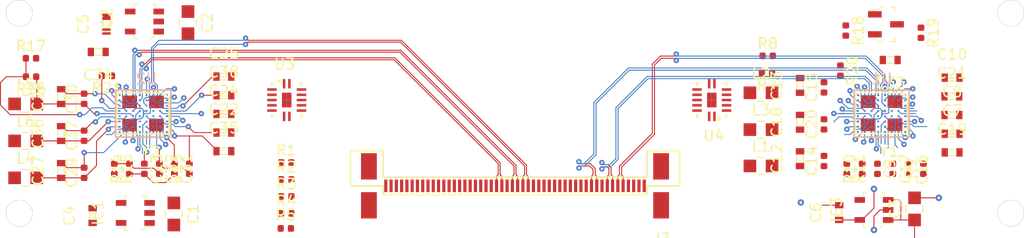
<source format=kicad_pcb>
(kicad_pcb (version 20171130) (host pcbnew 5.0.2+dfsg1-1)
  (layers (0 F.Cu signal) (1 In1.Cu signal hide) (2 In2.Cu signal hide) (31 B.Cu signal) (34 B.Paste user hide) (35 F.Paste user hide) (36 B.SilkS user hide) (37 F.SilkS user hide) (38 B.Mask user hide) (39 F.Mask user hide) (44 Edge.Cuts user hide))
  (net 0 "")
  (net 1 GND)
  (net 2 +3V3)
  (net 3 +2V8)
  (net 4 +1V8)
  (net 5 +1V2)
  (net 6 /CAM_L_D1_P)
  (net 7 /CAM_L_D1_N)
  (net 8 /CAM_R_D1_N)
  (net 9 /CAM_R_D1_P)
  (net 10 /CAM_L_CLK_P)
  (net 11 /CAM_L_CLK_N)
  (net 12 /CAM_R_CLK_N)
  (net 13 /CAM_R_CLK_P)
  (net 14 "Net-(J3-Pad1)")
  (net 15 "Net-(J3-Pad2)")
  (net 16 "Net-(J3-Pad3)")
  (net 17 "Net-(J3-Pad4)")
  (net 18 /CAM_L_D0_N)
  (net 19 /CAM_L_D0_P)
  (net 20 "Net-(J3-Pad13)")
  (net 21 "Net-(J3-Pad14)")
  (net 22 "Net-(J3-Pad16)")
  (net 23 "Net-(J3-Pad17)")
  (net 24 "Net-(J3-Pad19)")
  (net 25 "Net-(J3-Pad20)")
  (net 26 "Net-(J3-Pad21)")
  (net 27 "Net-(J3-Pad22)")
  (net 28 /CAM_R_D0_N)
  (net 29 /CAM_R_D0_P)
  (net 30 "Net-(J3-Pad31)")
  (net 31 /CAM_RST)
  (net 32 "Net-(J3-Pad35)")
  (net 33 "Net-(J3-Pad36)")
  (net 34 "Net-(J3-Pad37)")
  (net 35 "Net-(J3-Pad38)")
  (net 36 "Net-(J3-Pad43)")
  (net 37 "Net-(J3-Pad44)")
  (net 38 "Net-(J3-Pad45)")
  (net 39 "Net-(J3-Pad46)")
  (net 40 "Net-(J3-Pad49)")
  (net 41 "Net-(J3-Pad50)")
  (net 42 "Net-(R1-Pad1)")
  (net 43 "Net-(U1-PadA6)")
  (net 44 "Net-(U1-PadB4)")
  (net 45 "Net-(U1-PadB6)")
  (net 46 "Net-(U1-PadC3)")
  (net 47 "Net-(U1-PadC2)")
  (net 48 "Net-(U1-PadC7)")
  (net 49 "Net-(U1-PadC4)")
  (net 50 "Net-(U1-PadC6)")
  (net 51 "Net-(U1-PadD1)")
  (net 52 "Net-(U1-PadD4)")
  (net 53 "Net-(U1-PadD6)")
  (net 54 "Net-(U1-PadE6)")
  (net 55 "Net-(U2-PadE6)")
  (net 56 "Net-(U2-PadD6)")
  (net 57 "Net-(U2-PadD4)")
  (net 58 "Net-(U2-PadD1)")
  (net 59 "Net-(U2-PadC6)")
  (net 60 "Net-(U2-PadC4)")
  (net 61 "Net-(U2-PadC7)")
  (net 62 "Net-(U2-PadC2)")
  (net 63 "Net-(U2-PadC3)")
  (net 64 "Net-(U2-PadB6)")
  (net 65 "Net-(U2-PadB4)")
  (net 66 "Net-(U2-PadA6)")
  (net 67 /M1_DOVDD)
  (net 68 /M1_AGND)
  (net 69 /M1_DVDD)
  (net 70 /M1_AVDD)
  (net 71 /M1_DGND)
  (net 72 /M1_VN3)
  (net 73 /M1_VH)
  (net 74 /M1_CAM_SCL_1V8)
  (net 75 /M1_VN2)
  (net 76 /M1_SID)
  (net 77 /M1_MCLK)
  (net 78 /M1_PVDD)
  (net 79 /M1_VN1)
  (net 80 /M1_VSYNC_1V8)
  (net 81 /CAM_NRST_1V8)
  (net 82 /M1_CAM_SDA_1V8)
  (net 83 /M2_DOVDD)
  (net 84 /M2_AGND)
  (net 85 /M2_DVDD)
  (net 86 /M2_AVDD)
  (net 87 /M2_DGND)
  (net 88 /M2_VN3)
  (net 89 /M2_VH)
  (net 90 /M2_CAM_SCL_1V8)
  (net 91 /M2_VN2)
  (net 92 /M2_SID)
  (net 93 /M2_MCLK_M)
  (net 94 /M2_PVDD)
  (net 95 /M2_VN1)
  (net 96 /M2_VSYNC_1V8)
  (net 97 /M2_CAM_SDA_1V8)
  (net 98 /M2_CAM_SCL)
  (net 99 /M2_CAM_SDA)
  (net 100 /M1_CAM_SCL)
  (net 101 /M1_CAM_SDA)
  (net 102 /M2_VSYNC)
  (net 103 /M1_VSYNC)
  (net 104 /M2_MCLK)
  (net 105 /CAM_RST_1V8)
  (net 106 "Net-(U4-Pad10)")
  (net 107 "Net-(U4-Pad9)")
  (net 108 "Net-(U4-Pad6)")
  (net 109 "Net-(U4-Pad5)")
  (net 110 "Net-(U3-Pad6)")
  (net 111 "Net-(U3-Pad9)")
  (module antmicro-footprints:ov9281 (layer B.Cu) (at 185 112.5)
    (fp_text reference U1 (at -0.24 -3.27) (layer B.SilkS) (effects (justify mirror)))
    (fp_text value OV9281)
    (pad H6 smd circle (at 0.7125 -1.714) (size 0.2 0.2) (layers B.Cu B.Paste B.Mask) (net 67 /M1_DOVDD))
    (pad H8 smd circle (at 1.9925 -1.714) (size 0.2 0.2) (layers B.Cu B.Paste B.Mask))
    (pad H4 smd circle (at -0.5675 -1.714) (size 0.2 0.2) (layers B.Cu B.Paste B.Mask) (net 11 /CAM_L_CLK_N))
    (pad H5 smd circle (at 0.0725 -1.714) (size 0.2 0.2) (layers B.Cu B.Paste B.Mask) (net 69 /M1_DVDD))
    (pad H7 smd circle (at 1.3525 -1.714) (size 0.2 0.2) (layers B.Cu B.Paste B.Mask) (net 68 /M1_AGND))
    (pad H1 smd circle (at -2.4875 -1.714) (size 0.2 0.2) (layers B.Cu B.Paste B.Mask))
    (pad H2 smd circle (at -1.8475 -1.714) (size 0.2 0.2) (layers B.Cu B.Paste B.Mask) (net 67 /M1_DOVDD))
    (pad H3 smd circle (at -1.2075 -1.714) (size 0.2 0.2) (layers B.Cu B.Paste B.Mask) (net 18 /CAM_L_D0_N))
    (pad G6 smd circle (at 0.7125 -1.214) (size 0.2 0.2) (layers B.Cu B.Paste B.Mask) (net 69 /M1_DVDD))
    (pad G8 smd circle (at 1.9925 -1.214) (size 0.2 0.2) (layers B.Cu B.Paste B.Mask) (net 70 /M1_AVDD))
    (pad G4 smd circle (at -0.5675 -1.214) (size 0.2 0.2) (layers B.Cu B.Paste B.Mask) (net 10 /CAM_L_CLK_P))
    (pad G5 smd circle (at 0.0725 -1.214) (size 0.2 0.2) (layers B.Cu B.Paste B.Mask) (net 6 /CAM_L_D1_P))
    (pad G7 smd circle (at 1.3525 -1.214) (size 0.2 0.2) (layers B.Cu B.Paste B.Mask) (net 70 /M1_AVDD))
    (pad G1 smd circle (at -2.4875 -1.214) (size 0.2 0.2) (layers B.Cu B.Paste B.Mask) (net 69 /M1_DVDD))
    (pad G2 smd circle (at -1.8475 -1.214) (size 0.2 0.2) (layers B.Cu B.Paste B.Mask) (net 71 /M1_DGND))
    (pad G3 smd circle (at -1.2075 -1.214) (size 0.2 0.2) (layers B.Cu B.Paste B.Mask) (net 19 /CAM_L_D0_P))
    (pad F6 smd circle (at 0.7125 -0.714) (size 0.2 0.2) (layers B.Cu B.Paste B.Mask) (net 71 /M1_DGND))
    (pad F8 smd circle (at 1.9925 -0.714) (size 0.2 0.2) (layers B.Cu B.Paste B.Mask) (net 68 /M1_AGND))
    (pad F4 smd circle (at -0.5675 -0.714) (size 0.2 0.2) (layers B.Cu B.Paste B.Mask) (net 71 /M1_DGND))
    (pad F5 smd circle (at 0.0725 -0.714) (size 0.2 0.2) (layers B.Cu B.Paste B.Mask) (net 7 /CAM_L_D1_N))
    (pad F7 smd circle (at 1.3525 -0.714) (size 0.2 0.2) (layers B.Cu B.Paste B.Mask) (net 72 /M1_VN3))
    (pad F1 smd circle (at -2.4875 -0.714) (size 0.2 0.2) (layers B.Cu B.Paste B.Mask) (net 71 /M1_DGND))
    (pad F2 smd circle (at -1.8475 -0.714) (size 0.2 0.2) (layers B.Cu B.Paste B.Mask) (net 69 /M1_DVDD))
    (pad F3 smd circle (at -1.2075 -0.714) (size 0.2 0.2) (layers B.Cu B.Paste B.Mask) (net 69 /M1_DVDD))
    (pad E6 smd circle (at 0.7125 -0.214) (size 0.2 0.2) (layers B.Cu B.Paste B.Mask) (net 54 "Net-(U1-PadE6)"))
    (pad E8 smd circle (at 1.9925 -0.214) (size 0.2 0.2) (layers B.Cu B.Paste B.Mask) (net 73 /M1_VH))
    (pad E4 smd circle (at -0.5675 -0.214) (size 0.2 0.2) (layers B.Cu B.Paste B.Mask) (net 74 /M1_CAM_SCL_1V8))
    (pad E5 smd circle (at 0.0725 -0.214) (size 0.2 0.2) (layers B.Cu B.Paste B.Mask) (net 71 /M1_DGND))
    (pad E7 smd circle (at 1.3525 -0.214) (size 0.2 0.2) (layers B.Cu B.Paste B.Mask) (net 75 /M1_VN2))
    (pad E1 smd circle (at -2.4875 -0.214) (size 0.2 0.2) (layers B.Cu B.Paste B.Mask) (net 76 /M1_SID))
    (pad E2 smd circle (at -1.8475 -0.214) (size 0.2 0.2) (layers B.Cu B.Paste B.Mask) (net 77 /M1_MCLK))
    (pad E3 smd circle (at -1.2075 -0.214) (size 0.2 0.2) (layers B.Cu B.Paste B.Mask) (net 71 /M1_DGND))
    (pad D6 smd circle (at 0.7125 0.286) (size 0.2 0.2) (layers B.Cu B.Paste B.Mask) (net 53 "Net-(U1-PadD6)"))
    (pad D8 smd circle (at 1.9925 0.286) (size 0.2 0.2) (layers B.Cu B.Paste B.Mask) (net 69 /M1_DVDD))
    (pad D4 smd circle (at -0.5675 0.286) (size 0.2 0.2) (layers B.Cu B.Paste B.Mask) (net 52 "Net-(U1-PadD4)"))
    (pad D5 smd circle (at 0.0725 0.286) (size 0.2 0.2) (layers B.Cu B.Paste B.Mask) (net 78 /M1_PVDD))
    (pad D7 smd circle (at 1.3525 0.286) (size 0.2 0.2) (layers B.Cu B.Paste B.Mask) (net 79 /M1_VN1))
    (pad D1 smd circle (at -2.4875 0.286) (size 0.2 0.2) (layers B.Cu B.Paste B.Mask) (net 51 "Net-(U1-PadD1)"))
    (pad D2 smd circle (at -1.8475 0.286) (size 0.2 0.2) (layers B.Cu B.Paste B.Mask) (net 68 /M1_AGND))
    (pad D3 smd circle (at -1.2075 0.286) (size 0.2 0.2) (layers B.Cu B.Paste B.Mask) (net 67 /M1_DOVDD))
    (pad C6 smd circle (at 0.7125 0.786) (size 0.2 0.2) (layers B.Cu B.Paste B.Mask) (net 50 "Net-(U1-PadC6)"))
    (pad C8 smd circle (at 1.9925 0.786) (size 0.2 0.2) (layers B.Cu B.Paste B.Mask) (net 68 /M1_AGND))
    (pad C4 smd circle (at -0.5675 0.786) (size 0.2 0.2) (layers B.Cu B.Paste B.Mask) (net 49 "Net-(U1-PadC4)"))
    (pad C5 smd circle (at 0.0725 0.786) (size 0.2 0.2) (layers B.Cu B.Paste B.Mask) (net 69 /M1_DVDD))
    (pad C7 smd circle (at 1.3525 0.786) (size 0.2 0.2) (layers B.Cu B.Paste B.Mask) (net 48 "Net-(U1-PadC7)"))
    (pad C1 smd circle (at -2.4875 0.786) (size 0.2 0.2) (layers B.Cu B.Paste B.Mask) (net 70 /M1_AVDD))
    (pad C2 smd circle (at -1.8475 0.786) (size 0.2 0.2) (layers B.Cu B.Paste B.Mask) (net 47 "Net-(U1-PadC2)"))
    (pad C3 smd circle (at -1.2075 0.786) (size 0.2 0.2) (layers B.Cu B.Paste B.Mask) (net 46 "Net-(U1-PadC3)"))
    (pad B6 smd circle (at 0.7125 1.286) (size 0.2 0.2) (layers B.Cu B.Paste B.Mask) (net 45 "Net-(U1-PadB6)"))
    (pad B8 smd circle (at 1.9925 1.286) (size 0.2 0.2) (layers B.Cu B.Paste B.Mask) (net 70 /M1_AVDD))
    (pad B4 smd circle (at -0.5675 1.286) (size 0.2 0.2) (layers B.Cu B.Paste B.Mask) (net 44 "Net-(U1-PadB4)"))
    (pad B5 smd circle (at 0.0725 1.286) (size 0.2 0.2) (layers B.Cu B.Paste B.Mask) (net 80 /M1_VSYNC_1V8))
    (pad B7 smd circle (at 1.3525 1.286) (size 0.2 0.2) (layers B.Cu B.Paste B.Mask) (net 67 /M1_DOVDD))
    (pad B1 smd circle (at -2.4875 1.286) (size 0.2 0.2) (layers B.Cu B.Paste B.Mask) (net 69 /M1_DVDD))
    (pad B2 smd circle (at -1.8475 1.286) (size 0.2 0.2) (layers B.Cu B.Paste B.Mask) (net 71 /M1_DGND))
    (pad B3 smd circle (at -1.2075 1.286) (size 0.2 0.2) (layers B.Cu B.Paste B.Mask) (net 69 /M1_DVDD))
    (pad A8 smd circle (at 1.9925 1.786) (size 0.2 0.2) (layers B.Cu B.Paste B.Mask))
    (pad A7 smd circle (at 1.3525 1.786) (size 0.2 0.2) (layers B.Cu B.Paste B.Mask) (net 71 /M1_DGND))
    (pad A6 smd circle (at 0.7125 1.786) (size 0.2 0.2) (layers B.Cu B.Paste B.Mask) (net 43 "Net-(U1-PadA6)"))
    (pad A5 smd circle (at 0.0725 1.786) (size 0.2 0.2) (layers B.Cu B.Paste B.Mask) (net 81 /CAM_NRST_1V8))
    (pad A4 smd circle (at -0.5675 1.786) (size 0.2 0.2) (layers B.Cu B.Paste B.Mask) (net 82 /M1_CAM_SDA_1V8))
    (pad A3 smd circle (at -1.2075 1.786) (size 0.2 0.2) (layers B.Cu B.Paste B.Mask) (net 71 /M1_DGND))
    (pad A2 smd circle (at -1.8475 1.786) (size 0.2 0.2) (layers B.Cu B.Paste B.Mask) (net 69 /M1_DVDD))
    (pad A1 smd circle (at -2.4875 1.786) (size 0.2 0.2) (layers B.Cu B.Paste B.Mask))
  )
  (module antmicro-footprints:ov9281 (layer B.Cu) (at 115 112.5)
    (fp_text reference U2 (at 0.05 -3.28) (layer B.SilkS) (effects (justify mirror)))
    (fp_text value OV9281)
    (pad H6 smd circle (at 0.7125 -1.714) (size 0.2 0.2) (layers B.Cu B.Paste B.Mask) (net 83 /M2_DOVDD))
    (pad H8 smd circle (at 1.9925 -1.714) (size 0.2 0.2) (layers B.Cu B.Paste B.Mask))
    (pad H4 smd circle (at -0.5675 -1.714) (size 0.2 0.2) (layers B.Cu B.Paste B.Mask) (net 12 /CAM_R_CLK_N))
    (pad H5 smd circle (at 0.0725 -1.714) (size 0.2 0.2) (layers B.Cu B.Paste B.Mask) (net 85 /M2_DVDD))
    (pad H7 smd circle (at 1.3525 -1.714) (size 0.2 0.2) (layers B.Cu B.Paste B.Mask) (net 84 /M2_AGND))
    (pad H1 smd circle (at -2.4875 -1.714) (size 0.2 0.2) (layers B.Cu B.Paste B.Mask))
    (pad H2 smd circle (at -1.8475 -1.714) (size 0.2 0.2) (layers B.Cu B.Paste B.Mask) (net 83 /M2_DOVDD))
    (pad H3 smd circle (at -1.2075 -1.714) (size 0.2 0.2) (layers B.Cu B.Paste B.Mask) (net 28 /CAM_R_D0_N))
    (pad G6 smd circle (at 0.7125 -1.214) (size 0.2 0.2) (layers B.Cu B.Paste B.Mask) (net 85 /M2_DVDD))
    (pad G8 smd circle (at 1.9925 -1.214) (size 0.2 0.2) (layers B.Cu B.Paste B.Mask) (net 86 /M2_AVDD))
    (pad G4 smd circle (at -0.5675 -1.214) (size 0.2 0.2) (layers B.Cu B.Paste B.Mask) (net 13 /CAM_R_CLK_P))
    (pad G5 smd circle (at 0.0725 -1.214) (size 0.2 0.2) (layers B.Cu B.Paste B.Mask) (net 9 /CAM_R_D1_P))
    (pad G7 smd circle (at 1.3525 -1.214) (size 0.2 0.2) (layers B.Cu B.Paste B.Mask) (net 86 /M2_AVDD))
    (pad G1 smd circle (at -2.4875 -1.214) (size 0.2 0.2) (layers B.Cu B.Paste B.Mask) (net 85 /M2_DVDD))
    (pad G2 smd circle (at -1.8475 -1.214) (size 0.2 0.2) (layers B.Cu B.Paste B.Mask) (net 87 /M2_DGND))
    (pad G3 smd circle (at -1.2075 -1.214) (size 0.2 0.2) (layers B.Cu B.Paste B.Mask) (net 29 /CAM_R_D0_P))
    (pad F6 smd circle (at 0.7125 -0.714) (size 0.2 0.2) (layers B.Cu B.Paste B.Mask) (net 87 /M2_DGND))
    (pad F8 smd circle (at 1.9925 -0.714) (size 0.2 0.2) (layers B.Cu B.Paste B.Mask) (net 84 /M2_AGND))
    (pad F4 smd circle (at -0.5675 -0.714) (size 0.2 0.2) (layers B.Cu B.Paste B.Mask) (net 87 /M2_DGND))
    (pad F5 smd circle (at 0.0725 -0.714) (size 0.2 0.2) (layers B.Cu B.Paste B.Mask) (net 8 /CAM_R_D1_N))
    (pad F7 smd circle (at 1.3525 -0.714) (size 0.2 0.2) (layers B.Cu B.Paste B.Mask) (net 88 /M2_VN3))
    (pad F1 smd circle (at -2.4875 -0.714) (size 0.2 0.2) (layers B.Cu B.Paste B.Mask) (net 87 /M2_DGND))
    (pad F2 smd circle (at -1.8475 -0.714) (size 0.2 0.2) (layers B.Cu B.Paste B.Mask) (net 85 /M2_DVDD))
    (pad F3 smd circle (at -1.2075 -0.714) (size 0.2 0.2) (layers B.Cu B.Paste B.Mask) (net 85 /M2_DVDD))
    (pad E6 smd circle (at 0.7125 -0.214) (size 0.2 0.2) (layers B.Cu B.Paste B.Mask) (net 55 "Net-(U2-PadE6)"))
    (pad E8 smd circle (at 1.9925 -0.214) (size 0.2 0.2) (layers B.Cu B.Paste B.Mask) (net 89 /M2_VH))
    (pad E4 smd circle (at -0.5675 -0.214) (size 0.2 0.2) (layers B.Cu B.Paste B.Mask) (net 90 /M2_CAM_SCL_1V8))
    (pad E5 smd circle (at 0.0725 -0.214) (size 0.2 0.2) (layers B.Cu B.Paste B.Mask) (net 87 /M2_DGND))
    (pad E7 smd circle (at 1.3525 -0.214) (size 0.2 0.2) (layers B.Cu B.Paste B.Mask) (net 91 /M2_VN2))
    (pad E1 smd circle (at -2.4875 -0.214) (size 0.2 0.2) (layers B.Cu B.Paste B.Mask) (net 92 /M2_SID))
    (pad E2 smd circle (at -1.8475 -0.214) (size 0.2 0.2) (layers B.Cu B.Paste B.Mask) (net 93 /M2_MCLK_M))
    (pad E3 smd circle (at -1.2075 -0.214) (size 0.2 0.2) (layers B.Cu B.Paste B.Mask) (net 87 /M2_DGND))
    (pad D6 smd circle (at 0.7125 0.286) (size 0.2 0.2) (layers B.Cu B.Paste B.Mask) (net 56 "Net-(U2-PadD6)"))
    (pad D8 smd circle (at 1.9925 0.286) (size 0.2 0.2) (layers B.Cu B.Paste B.Mask) (net 85 /M2_DVDD))
    (pad D4 smd circle (at -0.5675 0.286) (size 0.2 0.2) (layers B.Cu B.Paste B.Mask) (net 57 "Net-(U2-PadD4)"))
    (pad D5 smd circle (at 0.0725 0.286) (size 0.2 0.2) (layers B.Cu B.Paste B.Mask) (net 94 /M2_PVDD))
    (pad D7 smd circle (at 1.3525 0.286) (size 0.2 0.2) (layers B.Cu B.Paste B.Mask) (net 95 /M2_VN1))
    (pad D1 smd circle (at -2.4875 0.286) (size 0.2 0.2) (layers B.Cu B.Paste B.Mask) (net 58 "Net-(U2-PadD1)"))
    (pad D2 smd circle (at -1.8475 0.286) (size 0.2 0.2) (layers B.Cu B.Paste B.Mask) (net 84 /M2_AGND))
    (pad D3 smd circle (at -1.2075 0.286) (size 0.2 0.2) (layers B.Cu B.Paste B.Mask) (net 83 /M2_DOVDD))
    (pad C6 smd circle (at 0.7125 0.786) (size 0.2 0.2) (layers B.Cu B.Paste B.Mask) (net 59 "Net-(U2-PadC6)"))
    (pad C8 smd circle (at 1.9925 0.786) (size 0.2 0.2) (layers B.Cu B.Paste B.Mask) (net 84 /M2_AGND))
    (pad C4 smd circle (at -0.5675 0.786) (size 0.2 0.2) (layers B.Cu B.Paste B.Mask) (net 60 "Net-(U2-PadC4)"))
    (pad C5 smd circle (at 0.0725 0.786) (size 0.2 0.2) (layers B.Cu B.Paste B.Mask) (net 85 /M2_DVDD))
    (pad C7 smd circle (at 1.3525 0.786) (size 0.2 0.2) (layers B.Cu B.Paste B.Mask) (net 61 "Net-(U2-PadC7)"))
    (pad C1 smd circle (at -2.4875 0.786) (size 0.2 0.2) (layers B.Cu B.Paste B.Mask) (net 86 /M2_AVDD))
    (pad C2 smd circle (at -1.8475 0.786) (size 0.2 0.2) (layers B.Cu B.Paste B.Mask) (net 62 "Net-(U2-PadC2)"))
    (pad C3 smd circle (at -1.2075 0.786) (size 0.2 0.2) (layers B.Cu B.Paste B.Mask) (net 63 "Net-(U2-PadC3)"))
    (pad B6 smd circle (at 0.7125 1.286) (size 0.2 0.2) (layers B.Cu B.Paste B.Mask) (net 64 "Net-(U2-PadB6)"))
    (pad B8 smd circle (at 1.9925 1.286) (size 0.2 0.2) (layers B.Cu B.Paste B.Mask) (net 86 /M2_AVDD))
    (pad B4 smd circle (at -0.5675 1.286) (size 0.2 0.2) (layers B.Cu B.Paste B.Mask) (net 65 "Net-(U2-PadB4)"))
    (pad B5 smd circle (at 0.0725 1.286) (size 0.2 0.2) (layers B.Cu B.Paste B.Mask) (net 96 /M2_VSYNC_1V8))
    (pad B7 smd circle (at 1.3525 1.286) (size 0.2 0.2) (layers B.Cu B.Paste B.Mask) (net 83 /M2_DOVDD))
    (pad B1 smd circle (at -2.4875 1.286) (size 0.2 0.2) (layers B.Cu B.Paste B.Mask) (net 85 /M2_DVDD))
    (pad B2 smd circle (at -1.8475 1.286) (size 0.2 0.2) (layers B.Cu B.Paste B.Mask) (net 87 /M2_DGND))
    (pad B3 smd circle (at -1.2075 1.286) (size 0.2 0.2) (layers B.Cu B.Paste B.Mask) (net 85 /M2_DVDD))
    (pad A8 smd circle (at 1.9925 1.786) (size 0.2 0.2) (layers B.Cu B.Paste B.Mask))
    (pad A7 smd circle (at 1.3525 1.786) (size 0.2 0.2) (layers B.Cu B.Paste B.Mask) (net 87 /M2_DGND))
    (pad A6 smd circle (at 0.7125 1.786) (size 0.2 0.2) (layers B.Cu B.Paste B.Mask) (net 66 "Net-(U2-PadA6)"))
    (pad A5 smd circle (at 0.0725 1.786) (size 0.2 0.2) (layers B.Cu B.Paste B.Mask) (net 81 /CAM_NRST_1V8))
    (pad A4 smd circle (at -0.5675 1.786) (size 0.2 0.2) (layers B.Cu B.Paste B.Mask) (net 97 /M2_CAM_SDA_1V8))
    (pad A3 smd circle (at -1.2075 1.786) (size 0.2 0.2) (layers B.Cu B.Paste B.Mask) (net 87 /M2_DGND))
    (pad A2 smd circle (at -1.8475 1.786) (size 0.2 0.2) (layers B.Cu B.Paste B.Mask) (net 85 /M2_DVDD))
    (pad A1 smd circle (at -2.4875 1.786) (size 0.2 0.2) (layers B.Cu B.Paste B.Mask))
  )
  (module antmicro-footprints:SOT-23-5 (layer F.Cu) (at 114.867797 103.79028 90)
    (fp_text reference IC2 (at 0.025 -3.55 90) (layer F.SilkS))
    (fp_text value TLV73318PDBVT)
    (pad 5 smd rect (at -0.95 -1.35 90) (size 0.55 1) (layers F.Cu F.Paste F.Mask) (net 4 +1V8))
    (pad 4 smd rect (at 0.95 -1.35 90) (size 0.55 1) (layers F.Cu F.Paste F.Mask))
    (pad 1 smd rect (at -0.95 1.35 90) (size 0.55 1) (layers F.Cu F.Paste F.Mask) (net 2 +3V3))
    (pad 2 smd rect (at 0 1.35 90) (size 0.55 1) (layers F.Cu F.Paste F.Mask) (net 1 GND))
    (pad 3 smd rect (at 0.95 1.35 90) (size 0.55 1) (layers F.Cu F.Paste F.Mask) (net 2 +3V3))
  )
  (module antmicro-footprints:0603-cap (layer F.Cu) (at 110.49 106.68 180)
    (fp_text reference C34 (at 0 -2.2 180) (layer F.SilkS))
    (fp_text value C_1u_0603)
    (pad 2 smd rect (at 0.7 0 180) (size 0.6 0.8) (layers F.Cu F.Paste F.Mask) (net 1 GND))
    (pad 1 smd rect (at -0.7 0 180) (size 0.6 0.8) (layers F.Cu F.Paste F.Mask) (net 4 +1V8))
  )
  (module antmicro-footprints:0402-cap (layer F.Cu) (at 179.293525 110.05 90)
    (fp_text reference C15 (at 0 -1.17 90) (layer F.SilkS))
    (fp_text value C_100n_0402_6V3)
    (pad 2 smd roundrect (at 0.485 0 90) (size 0.59 0.64) (layers F.Cu F.Paste F.Mask) (net 71 /M1_DGND))
    (pad 1 smd roundrect (at -0.485 0 90) (size 0.59 0.64) (layers F.Cu F.Paste F.Mask) (net 67 /M1_DOVDD))
  )
  (module antmicro-footprints:0402-cap (layer F.Cu) (at 179.293525 117.039738 90)
    (fp_text reference C14 (at 0 -1.17 90) (layer F.SilkS))
    (fp_text value C_100n_0402_6V3)
    (pad 1 smd roundrect (at -0.485 0 90) (size 0.59 0.64) (layers F.Cu F.Paste F.Mask) (net 69 /M1_DVDD))
    (pad 2 smd roundrect (at 0.485 0 90) (size 0.59 0.64) (layers F.Cu F.Paste F.Mask) (net 71 /M1_DGND))
  )
  (module antmicro-footprints:0402-cap (layer F.Cu) (at 114.8588 117.78 270)
    (fp_text reference C23 (at 0 -1.17 270) (layer F.SilkS))
    (fp_text value C_100n_0402_6V3)
    (pad 2 smd roundrect (at 0.485 0 270) (size 0.59 0.64) (layers F.Cu F.Paste F.Mask) (net 87 /M2_DGND))
    (pad 1 smd roundrect (at -0.485 0 270) (size 0.59 0.64) (layers F.Cu F.Paste F.Mask) (net 85 /M2_DVDD))
  )
  (module antmicro-footprints:0402-cap (layer F.Cu) (at 187.268724 117.784 270)
    (fp_text reference C16 (at 0.08 -1.322852 270) (layer F.SilkS))
    (fp_text value C_100n_0402_6V3)
    (pad 1 smd roundrect (at -0.485 0 270) (size 0.59 0.64) (layers F.Cu F.Paste F.Mask) (net 67 /M1_DOVDD))
    (pad 2 smd roundrect (at 0.485 0 270) (size 0.59 0.64) (layers F.Cu F.Paste F.Mask) (net 71 /M1_DGND))
  )
  (module antmicro-footprints:0402-cap (layer F.Cu) (at 185.81545 117.784 270)
    (fp_text reference C17 (at 0 -1.17 270) (layer F.SilkS))
    (fp_text value C_100n_0402_6V3)
    (pad 2 smd roundrect (at 0.485 0 270) (size 0.59 0.64) (layers F.Cu F.Paste F.Mask) (net 68 /M1_AGND))
    (pad 1 smd roundrect (at -0.485 0 270) (size 0.59 0.64) (layers F.Cu F.Paste F.Mask) (net 78 /M1_PVDD))
  )
  (module antmicro-footprints:0402-cap (layer F.Cu) (at 109.15 118.16 90)
    (fp_text reference C29 (at 0 -1.17 90) (layer F.SilkS))
    (fp_text value C_100n_0402_6V3)
    (pad 1 smd roundrect (at -0.485 0 90) (size 0.59 0.64) (layers F.Cu F.Paste F.Mask) (net 85 /M2_DVDD))
    (pad 2 smd roundrect (at 0.485 0 90) (size 0.59 0.64) (layers F.Cu F.Paste F.Mask) (net 87 /M2_DGND))
  )
  (module antmicro-footprints:0402-cap (layer F.Cu) (at 109.15 111.13 90)
    (fp_text reference C30 (at 0 -1.17 90) (layer F.SilkS))
    (fp_text value C_100n_0402_6V3)
    (pad 2 smd roundrect (at 0.485 0 90) (size 0.59 0.64) (layers F.Cu F.Paste F.Mask) (net 87 /M2_DGND))
    (pad 1 smd roundrect (at -0.485 0 90) (size 0.59 0.64) (layers F.Cu F.Paste F.Mask) (net 83 /M2_DOVDD))
  )
  (module antmicro-footprints:0402-cap (layer F.Cu) (at 179.293525 113.56 90)
    (fp_text reference C20 (at 0 -1.17 90) (layer F.SilkS))
    (fp_text value C_100n_0402_6V3)
    (pad 1 smd roundrect (at -0.485 0 90) (size 0.59 0.64) (layers F.Cu F.Paste F.Mask) (net 70 /M1_AVDD))
    (pad 2 smd roundrect (at 0.485 0 90) (size 0.59 0.64) (layers F.Cu F.Paste F.Mask) (net 68 /M1_AGND))
  )
  (module antmicro-footprints:0402-cap (layer F.Cu) (at 117.7036 117.78 270)
    (fp_text reference C31 (at 0 -1.17 270) (layer F.SilkS))
    (fp_text value C_100n_0402_6V3)
    (pad 2 smd roundrect (at 0.485 0 270) (size 0.59 0.64) (layers F.Cu F.Paste F.Mask) (net 87 /M2_DGND))
    (pad 1 smd roundrect (at -0.485 0 270) (size 0.59 0.64) (layers F.Cu F.Paste F.Mask) (net 83 /M2_DOVDD))
  )
  (module antmicro-footprints:0402-cap (layer F.Cu) (at 116.2812 117.78 270)
    (fp_text reference C32 (at 0 -1.17 270) (layer F.SilkS))
    (fp_text value C_100n_0402_6V3)
    (pad 1 smd roundrect (at -0.485 0 270) (size 0.59 0.64) (layers F.Cu F.Paste F.Mask) (net 94 /M2_PVDD))
    (pad 2 smd roundrect (at 0.485 0 270) (size 0.59 0.64) (layers F.Cu F.Paste F.Mask) (net 84 /M2_AGND))
  )
  (module antmicro-footprints:0402-cap (layer F.Cu) (at 184.362176 117.784 270)
    (fp_text reference C9 (at 0 -1.17 270) (layer F.SilkS))
    (fp_text value C_100n_0402_6V3)
    (pad 2 smd roundrect (at 0.485 0 270) (size 0.59 0.64) (layers F.Cu F.Paste F.Mask) (net 71 /M1_DGND))
    (pad 1 smd roundrect (at -0.485 0 270) (size 0.59 0.64) (layers F.Cu F.Paste F.Mask) (net 69 /M1_DVDD))
  )
  (module antmicro-footprints:0402-cap (layer F.Cu) (at 109.15 114.64 90)
    (fp_text reference C37 (at 0 -1.17 90) (layer F.SilkS))
    (fp_text value C_100n_0402_6V3)
    (pad 1 smd roundrect (at -0.485 0 90) (size 0.59 0.64) (layers F.Cu F.Paste F.Mask) (net 86 /M2_AVDD))
    (pad 2 smd roundrect (at 0.485 0 90) (size 0.59 0.64) (layers F.Cu F.Paste F.Mask) (net 84 /M2_AGND))
  )
  (module antmicro-footprints:0402-res (layer F.Cu) (at 173.95615 107.054)
    (fp_text reference R8 (at 0 -1.17) (layer F.SilkS))
    (fp_text value R_0R_0402)
    (pad 2 smd roundrect (at 0.485 0) (size 0.59 0.64) (layers F.Cu F.Paste F.Mask) (net 71 /M1_DGND))
    (pad 1 smd roundrect (at -0.485 0) (size 0.59 0.64) (layers F.Cu F.Paste F.Mask) (net 76 /M1_SID))
  )
  (module antmicro-footprints:0402-res (layer F.Cu) (at 104.112 107.282)
    (fp_text reference R17 (at 0 -1.17) (layer F.SilkS))
    (fp_text value R_0R_0402)
    (pad 1 smd roundrect (at -0.485 0) (size 0.59 0.64) (layers F.Cu F.Paste F.Mask) (net 92 /M2_SID))
    (pad 2 smd roundrect (at 0.485 0) (size 0.59 0.64) (layers F.Cu F.Paste F.Mask) (net 87 /M2_DGND))
  )
  (module antmicro-footprints:0402-res (layer F.Cu) (at 104.122 109.032 180)
    (fp_text reference R16 (at 0 -1.17 180) (layer F.SilkS))
    (fp_text value R_0R_0402)
    (pad 2 smd roundrect (at 0.485 0 180) (size 0.59 0.64) (layers F.Cu F.Paste F.Mask) (net 92 /M2_SID))
    (pad 1 smd roundrect (at -0.485 0 180) (size 0.59 0.64) (layers F.Cu F.Paste F.Mask) (net 83 /M2_DOVDD))
  )
  (module antmicro-footprints:0402-res (layer F.Cu) (at 112.014 117.78 270)
    (fp_text reference R15 (at 0 -1.17 270) (layer F.SilkS))
    (fp_text value R_0R_0402)
    (pad 1 smd roundrect (at -0.485 0 270) (size 0.59 0.64) (layers F.Cu F.Paste F.Mask) (net 84 /M2_AGND))
    (pad 2 smd roundrect (at 0.485 0 270) (size 0.59 0.64) (layers F.Cu F.Paste F.Mask) (net 1 GND))
  )
  (module antmicro-footprints:0402-res (layer F.Cu) (at 113.4364 117.78 90)
    (fp_text reference R14 (at 0 -1.17 90) (layer F.SilkS))
    (fp_text value R_0R_0402)
    (pad 2 smd roundrect (at 0.485 0 90) (size 0.59 0.64) (layers F.Cu F.Paste F.Mask) (net 84 /M2_AGND))
    (pad 1 smd roundrect (at -0.485 0 90) (size 0.59 0.64) (layers F.Cu F.Paste F.Mask) (net 87 /M2_DGND))
  )
  (module antmicro-footprints:0402-res (layer F.Cu) (at 119.126 117.78 90)
    (fp_text reference R13 (at 0 -1.17 90) (layer F.SilkS))
    (fp_text value R_0R_0402)
    (pad 1 smd roundrect (at -0.485 0 90) (size 0.59 0.64) (layers F.Cu F.Paste F.Mask) (net 94 /M2_PVDD))
    (pad 2 smd roundrect (at 0.485 0 90) (size 0.59 0.64) (layers F.Cu F.Paste F.Mask) (net 86 /M2_AVDD))
  )
  (module antmicro-footprints:0402-res (layer F.Cu) (at 181.356 104.648 270)
    (fp_text reference R18 (at 0 -1.17 270) (layer F.SilkS))
    (fp_text value R_10k_0402)
    (pad 2 smd roundrect (at 0.485 0 270) (size 0.59 0.64) (layers F.Cu F.Paste F.Mask) (net 1 GND))
    (pad 1 smd roundrect (at -0.485 0 270) (size 0.59 0.64) (layers F.Cu F.Paste F.Mask) (net 105 /CAM_RST_1V8))
  )
  (module antmicro-footprints:0402-res (layer F.Cu) (at 181.455628 117.784 270)
    (fp_text reference R11 (at 0 -1.17 270) (layer F.SilkS))
    (fp_text value R_0R_0402)
    (pad 1 smd roundrect (at -0.485 0 270) (size 0.59 0.64) (layers F.Cu F.Paste F.Mask) (net 68 /M1_AGND))
    (pad 2 smd roundrect (at 0.485 0 270) (size 0.59 0.64) (layers F.Cu F.Paste F.Mask) (net 1 GND))
  )
  (module antmicro-footprints:0402-res (layer F.Cu) (at 182.908902 117.784 90)
    (fp_text reference R10 (at 0 -1.17 90) (layer F.SilkS))
    (fp_text value R_0R_0402)
    (pad 2 smd roundrect (at 0.485 0 90) (size 0.59 0.64) (layers F.Cu F.Paste F.Mask) (net 68 /M1_AGND))
    (pad 1 smd roundrect (at -0.485 0 90) (size 0.59 0.64) (layers F.Cu F.Paste F.Mask) (net 71 /M1_DGND))
  )
  (module antmicro-footprints:0402-res (layer F.Cu) (at 188.722 117.784 90)
    (fp_text reference R9 (at 0 -1.17 90) (layer F.SilkS))
    (fp_text value R_0R_0402)
    (pad 1 smd roundrect (at -0.485 0 90) (size 0.59 0.64) (layers F.Cu F.Paste F.Mask) (net 78 /M1_PVDD))
    (pad 2 smd roundrect (at 0.485 0 90) (size 0.59 0.64) (layers F.Cu F.Paste F.Mask) (net 70 /M1_AVDD))
  )
  (module antmicro-footprints:0402-res (layer F.Cu) (at 188.486 104.858 270)
    (fp_text reference R19 (at 0 -1.17 270) (layer F.SilkS))
    (fp_text value R_2k_0402)
    (pad 2 smd roundrect (at 0.485 0 270) (size 0.59 0.64) (layers F.Cu F.Paste F.Mask) (net 81 /CAM_NRST_1V8))
    (pad 1 smd roundrect (at -0.485 0 270) (size 0.59 0.64) (layers F.Cu F.Paste F.Mask) (net 4 +1V8))
  )
  (module antmicro-footprints:0402-res (layer F.Cu) (at 180.848 108.458 270)
    (fp_text reference R20 (at 0 -1.17 270) (layer F.SilkS))
    (fp_text value R_0R_0402)
    (pad 1 smd roundrect (at -0.485 0 270) (size 0.59 0.64) (layers F.Cu F.Paste F.Mask) (net 93 /M2_MCLK_M))
    (pad 2 smd roundrect (at 0.485 0 270) (size 0.59 0.64) (layers F.Cu F.Paste F.Mask) (net 77 /M1_MCLK))
  )
  (module antmicro-footprints:0402-res (layer F.Cu) (at 111.31 108.95 180)
    (fp_text reference R21 (at 0 -1.17 180) (layer F.SilkS))
    (fp_text value R_0R_0402)
    (pad 2 smd roundrect (at 0.485 0 180) (size 0.59 0.64) (layers F.Cu F.Paste F.Mask) (net 104 /M2_MCLK))
    (pad 1 smd roundrect (at -0.485 0 180) (size 0.59 0.64) (layers F.Cu F.Paste F.Mask) (net 93 /M2_MCLK_M))
  )
  (module antmicro-footprints:0402-res (layer F.Cu) (at 173.889 108.684 180)
    (fp_text reference R7 (at 0 -1.17 180) (layer F.SilkS))
    (fp_text value R_0R_0402)
    (pad 1 smd roundrect (at -0.485 0 180) (size 0.59 0.64) (layers F.Cu F.Paste F.Mask) (net 67 /M1_DOVDD))
    (pad 2 smd roundrect (at 0.485 0 180) (size 0.59 0.64) (layers F.Cu F.Paste F.Mask) (net 76 /M1_SID))
  )
  (module antmicro-footprints:0603-cap (layer F.Cu) (at 191.42 112.672854)
    (fp_text reference C8 (at 0 -2.2) (layer F.SilkS))
    (fp_text value C_1u_0603)
    (pad 1 smd rect (at -0.7 0) (size 0.6 0.8) (layers F.Cu F.Paste F.Mask) (net 75 /M1_VN2))
    (pad 2 smd rect (at 0.7 0) (size 0.6 0.8) (layers F.Cu F.Paste F.Mask) (net 68 /M1_AGND))
  )
  (module antmicro-footprints:0603-cap (layer F.Cu) (at 191.41 110.896427)
    (fp_text reference C21 (at 0 -2.2) (layer F.SilkS))
    (fp_text value C_1u_0603)
    (pad 2 smd rect (at 0.7 0) (size 0.6 0.8) (layers F.Cu F.Paste F.Mask) (net 68 /M1_AGND))
    (pad 1 smd rect (at -0.7 0) (size 0.6 0.8) (layers F.Cu F.Paste F.Mask) (net 73 /M1_VH))
  )
  (module antmicro-footprints:0603-cap (layer F.Cu) (at 191.44 116.22571)
    (fp_text reference C19 (at 0 -2.2) (layer F.SilkS))
    (fp_text value C_1u_0603)
    (pad 1 smd rect (at -0.7 0) (size 0.6 0.8) (layers F.Cu F.Paste F.Mask) (net 70 /M1_AVDD))
    (pad 2 smd rect (at 0.7 0) (size 0.6 0.8) (layers F.Cu F.Paste F.Mask) (net 68 /M1_AGND))
  )
  (module antmicro-footprints:0603-cap (layer F.Cu) (at 177.02 113.36 90)
    (fp_text reference C18 (at 0 -2.2 90) (layer F.SilkS))
    (fp_text value C_1u_0603)
    (pad 2 smd rect (at 0.7 0 90) (size 0.6 0.8) (layers F.Cu F.Paste F.Mask) (net 68 /M1_AGND))
    (pad 1 smd rect (at -0.7 0 90) (size 0.6 0.8) (layers F.Cu F.Paste F.Mask) (net 70 /M1_AVDD))
  )
  (module antmicro-footprints:0603-cap (layer F.Cu) (at 122.4 114.3375)
    (fp_text reference C22 (at 0 -2.2) (layer F.SilkS))
    (fp_text value C_1u_0603)
    (pad 1 smd rect (at -0.7 0) (size 0.6 0.8) (layers F.Cu F.Paste F.Mask) (net 95 /M2_VN1))
    (pad 2 smd rect (at 0.7 0) (size 0.6 0.8) (layers F.Cu F.Paste F.Mask) (net 84 /M2_AGND))
  )
  (module antmicro-footprints:0603-cap (layer F.Cu) (at 177.02 109.86 90)
    (fp_text reference C13 (at 0 -2.2 90) (layer F.SilkS))
    (fp_text value C_1u_0603)
    (pad 2 smd rect (at 0.7 0 90) (size 0.6 0.8) (layers F.Cu F.Paste F.Mask) (net 71 /M1_DGND))
    (pad 1 smd rect (at -0.7 0 90) (size 0.6 0.8) (layers F.Cu F.Paste F.Mask) (net 67 /M1_DOVDD))
  )
  (module antmicro-footprints:0603-cap (layer F.Cu) (at 191.44 109.12)
    (fp_text reference C10 (at 0 -2.2) (layer F.SilkS))
    (fp_text value C_1u_0603)
    (pad 1 smd rect (at -0.7 0) (size 0.6 0.8) (layers F.Cu F.Paste F.Mask) (net 72 /M1_VN3))
    (pad 2 smd rect (at 0.7 0) (size 0.6 0.8) (layers F.Cu F.Paste F.Mask) (net 68 /M1_AGND))
  )
  (module antmicro-footprints:0603-cap (layer F.Cu) (at 191.44 114.449281)
    (fp_text reference C7 (at 0 -2.2) (layer F.SilkS))
    (fp_text value C_1u_0603)
    (pad 2 smd rect (at 0.7 0) (size 0.6 0.8) (layers F.Cu F.Paste F.Mask) (net 68 /M1_AGND))
    (pad 1 smd rect (at -0.7 0) (size 0.6 0.8) (layers F.Cu F.Paste F.Mask) (net 79 /M1_VN1))
  )
  (module antmicro-footprints:0603-cap (layer F.Cu) (at 177.02 116.819738 90)
    (fp_text reference C12 (at 0 -2.2 90) (layer F.SilkS))
    (fp_text value C_1u_0603)
    (pad 1 smd rect (at -0.7 0 90) (size 0.6 0.8) (layers F.Cu F.Paste F.Mask) (net 69 /M1_DVDD))
    (pad 2 smd rect (at 0.7 0 90) (size 0.6 0.8) (layers F.Cu F.Paste F.Mask) (net 71 /M1_DGND))
  )
  (module antmicro-footprints:0603-cap (layer F.Cu) (at 122.4 110.7925)
    (fp_text reference C38 (at 0 -2.2) (layer F.SilkS))
    (fp_text value C_1u_0603)
    (pad 2 smd rect (at 0.7 0) (size 0.6 0.8) (layers F.Cu F.Paste F.Mask) (net 84 /M2_AGND))
    (pad 1 smd rect (at -0.7 0) (size 0.6 0.8) (layers F.Cu F.Paste F.Mask) (net 89 /M2_VH))
  )
  (module antmicro-footprints:0603-cap (layer F.Cu) (at 106.97 114.43 90)
    (fp_text reference C36 (at 0 -2.2 90) (layer F.SilkS))
    (fp_text value C_1u_0603)
    (pad 1 smd rect (at -0.7 0 90) (size 0.6 0.8) (layers F.Cu F.Paste F.Mask) (net 86 /M2_AVDD))
    (pad 2 smd rect (at 0.7 0 90) (size 0.6 0.8) (layers F.Cu F.Paste F.Mask) (net 84 /M2_AGND))
  )
  (module antmicro-footprints:0603-cap (layer F.Cu) (at 106.97 110.92 90)
    (fp_text reference C28 (at 0 -2.2 90) (layer F.SilkS))
    (fp_text value C_1u_0603)
    (pad 2 smd rect (at 0.7 0 90) (size 0.6 0.8) (layers F.Cu F.Paste F.Mask) (net 87 /M2_DGND))
    (pad 1 smd rect (at -0.7 0 90) (size 0.6 0.8) (layers F.Cu F.Paste F.Mask) (net 83 /M2_DOVDD))
  )
  (module antmicro-footprints:0603-cap (layer F.Cu) (at 106.97 117.94 90)
    (fp_text reference C27 (at 0 -2.2 90) (layer F.SilkS))
    (fp_text value C_1u_0603)
    (pad 1 smd rect (at -0.7 0 90) (size 0.6 0.8) (layers F.Cu F.Paste F.Mask) (net 85 /M2_DVDD))
    (pad 2 smd rect (at 0.7 0 90) (size 0.6 0.8) (layers F.Cu F.Paste F.Mask) (net 87 /M2_DGND))
  )
  (module antmicro-footprints:0603-cap (layer F.Cu) (at 122.4 112.565)
    (fp_text reference C24 (at 0 -2.2) (layer F.SilkS))
    (fp_text value C_1u_0603)
    (pad 2 smd rect (at 0.7 0) (size 0.6 0.8) (layers F.Cu F.Paste F.Mask) (net 84 /M2_AGND))
    (pad 1 smd rect (at -0.7 0) (size 0.6 0.8) (layers F.Cu F.Paste F.Mask) (net 91 /M2_VN2))
  )
  (module antmicro-footprints:0603-cap (layer F.Cu) (at 185.57 107.442 180)
    (fp_text reference C33 (at 0 -2.2 180) (layer F.SilkS))
    (fp_text value C_1u_0603)
    (pad 1 smd rect (at -0.7 0 180) (size 0.6 0.8) (layers F.Cu F.Paste F.Mask) (net 4 +1V8))
    (pad 2 smd rect (at 0.7 0 180) (size 0.6 0.8) (layers F.Cu F.Paste F.Mask) (net 1 GND))
  )
  (module antmicro-footprints:0603-cap (layer F.Cu) (at 122.4 116.11)
    (fp_text reference C35 (at 0 -2.2) (layer F.SilkS))
    (fp_text value C_1u_0603)
    (pad 1 smd rect (at -0.7 0) (size 0.6 0.8) (layers F.Cu F.Paste F.Mask) (net 86 /M2_AVDD))
    (pad 2 smd rect (at 0.7 0) (size 0.6 0.8) (layers F.Cu F.Paste F.Mask) (net 84 /M2_AGND))
  )
  (module antmicro-footprints:0603-cap (layer F.Cu) (at 122.4 109.02)
    (fp_text reference C25 (at 0 -2.2) (layer F.SilkS))
    (fp_text value C_1u_0603)
    (pad 2 smd rect (at 0.7 0) (size 0.6 0.8) (layers F.Cu F.Paste F.Mask) (net 84 /M2_AGND))
    (pad 1 smd rect (at -0.7 0) (size 0.6 0.8) (layers F.Cu F.Paste F.Mask) (net 88 /M2_VN3))
  )
  (module antmicro-footprints:0805-res (layer F.Cu) (at 103.61 115.13)
    (fp_text reference L6 (at 0 -1.84) (layer F.SilkS))
    (fp_text value MLP2012S3R3MT)
    (pad 1 smd rect (at -1.05 0) (size 1.2 1.2) (layers F.Cu F.Paste F.Mask) (net 3 +2V8))
    (pad 2 smd rect (at 1.05 0) (size 1.2 1.2) (layers F.Cu F.Paste F.Mask) (net 86 /M2_AVDD))
  )
  (module antmicro-footprints:0805-res (layer F.Cu) (at 103.61 111.62)
    (fp_text reference L5 (at 0 -1.84) (layer F.SilkS))
    (fp_text value MLP2012S3R3MT)
    (pad 2 smd rect (at 1.05 0) (size 1.2 1.2) (layers F.Cu F.Paste F.Mask) (net 83 /M2_DOVDD))
    (pad 1 smd rect (at -1.05 0) (size 1.2 1.2) (layers F.Cu F.Paste F.Mask) (net 4 +1V8))
  )
  (module antmicro-footprints:0805-res (layer F.Cu) (at 103.61 118.64)
    (fp_text reference L4 (at 0 -1.84) (layer F.SilkS))
    (fp_text value MLP2012S3R3MT)
    (pad 1 smd rect (at -1.05 0) (size 1.2 1.2) (layers F.Cu F.Paste F.Mask) (net 5 +1V2))
    (pad 2 smd rect (at 1.05 0) (size 1.2 1.2) (layers F.Cu F.Paste F.Mask) (net 85 /M2_DVDD))
  )
  (module antmicro-footprints:0805-res (layer F.Cu) (at 173.32 114.06)
    (fp_text reference L3 (at 0 -1.84) (layer F.SilkS))
    (fp_text value MLP2012S3R3MT)
    (pad 2 smd rect (at 1.05 0) (size 1.2 1.2) (layers F.Cu F.Paste F.Mask) (net 70 /M1_AVDD))
    (pad 1 smd rect (at -1.05 0) (size 1.2 1.2) (layers F.Cu F.Paste F.Mask) (net 3 +2V8))
  )
  (module antmicro-footprints:0805-res (layer F.Cu) (at 173.32 117.51)
    (fp_text reference L1 (at 0 -1.84) (layer F.SilkS))
    (fp_text value MLP2012S3R3MT)
    (pad 1 smd rect (at -1.05 0) (size 1.2 1.2) (layers F.Cu F.Paste F.Mask) (net 5 +1V2))
    (pad 2 smd rect (at 1.05 0) (size 1.2 1.2) (layers F.Cu F.Paste F.Mask) (net 69 /M1_DVDD))
  )
  (module antmicro-footprints:0805-res (layer F.Cu) (at 173.32 110.56)
    (fp_text reference L2 (at 0 -1.84) (layer F.SilkS))
    (fp_text value MLP2012S3R3MT)
    (pad 2 smd rect (at 1.05 0) (size 1.2 1.2) (layers F.Cu F.Paste F.Mask) (net 67 /M1_DOVDD))
    (pad 1 smd rect (at -1.05 0) (size 1.2 1.2) (layers F.Cu F.Paste F.Mask) (net 4 +1V8))
  )
  (module antmicro-footprints:QDHVQFN14 (layer F.Cu) (at 128.36 111.25)
    (fp_text reference U3 (at -0.2 -3.4) (layer F.SilkS))
    (fp_text value NTS0104BQ)
    (pad ~ smd rect (at 0.225 0.35 90) (size 0.7 0.45) (layers F.Cu F.Paste F.Mask))
    (pad ~ smd rect (at -0.225 0.35 90) (size 0.7 0.45) (layers F.Cu F.Paste F.Mask))
    (pad ~ smd rect (at 0.225 -0.35 90) (size 0.7 0.45) (layers F.Cu F.Paste F.Mask))
    (pad ~ smd rect (at -0.225 -0.35 90) (size 0.7 0.45) (layers F.Cu F.Paste F.Mask))
    (pad 2 smd rect (at -1.4 -1 90) (size 0.24 0.9) (layers F.Cu F.Paste F.Mask) (net 82 /M1_CAM_SDA_1V8))
    (pad 3 smd rect (at -1.4 -0.5 90) (size 0.24 0.9) (layers F.Cu F.Paste F.Mask) (net 74 /M1_CAM_SCL_1V8))
    (pad 4 smd rect (at -1.4 0 90) (size 0.24 0.9) (layers F.Cu F.Paste F.Mask) (net 97 /M2_CAM_SDA_1V8))
    (pad 5 smd rect (at -1.4 0.5 90) (size 0.24 0.9) (layers F.Cu F.Paste F.Mask) (net 90 /M2_CAM_SCL_1V8))
    (pad 6 smd rect (at -1.4 1 90) (size 0.24 0.9) (layers F.Cu F.Paste F.Mask) (net 110 "Net-(U3-Pad6)"))
    (pad 7 smd rect (at -0.25 1.55) (size 0.24 0.9) (layers F.Cu F.Paste F.Mask) (net 1 GND))
    (pad 8 smd rect (at 0.25 1.55) (size 0.24 0.9) (layers F.Cu F.Paste F.Mask) (net 4 +1V8))
    (pad 9 smd rect (at 1.4 1 90) (size 0.24 0.9) (layers F.Cu F.Paste F.Mask) (net 111 "Net-(U3-Pad9)"))
    (pad 10 smd rect (at 1.4 0.5 90) (size 0.24 0.9) (layers F.Cu F.Paste F.Mask) (net 98 /M2_CAM_SCL))
    (pad 11 smd rect (at 1.4 0 90) (size 0.24 0.9) (layers F.Cu F.Paste F.Mask) (net 99 /M2_CAM_SDA))
    (pad 12 smd rect (at 1.4 -0.5 90) (size 0.24 0.9) (layers F.Cu F.Paste F.Mask) (net 100 /M1_CAM_SCL))
    (pad 13 smd rect (at 1.4 -1 90) (size 0.24 0.9) (layers F.Cu F.Paste F.Mask) (net 101 /M1_CAM_SDA))
    (pad 14 smd rect (at 0.25 -1.55) (size 0.24 0.9) (layers F.Cu F.Paste F.Mask) (net 2 +3V3))
    (pad 1 smd rect (at -0.25 -1.55) (size 0.24 0.9) (layers F.Cu F.Paste F.Mask) (net 4 +1V8))
  )
  (module antmicro-footprints:QDHVQFN14 (layer F.Cu) (at 168.656 111.25 180)
    (fp_text reference U4 (at -0.2 -3.4 180) (layer F.SilkS))
    (fp_text value NTB0104BQ)
    (pad 1 smd rect (at -0.25 -1.55 180) (size 0.24 0.9) (layers F.Cu F.Paste F.Mask) (net 4 +1V8))
    (pad 14 smd rect (at 0.25 -1.55 180) (size 0.24 0.9) (layers F.Cu F.Paste F.Mask) (net 2 +3V3))
    (pad 13 smd rect (at 1.4 -1 270) (size 0.24 0.9) (layers F.Cu F.Paste F.Mask) (net 103 /M1_VSYNC))
    (pad 12 smd rect (at 1.4 -0.5 270) (size 0.24 0.9) (layers F.Cu F.Paste F.Mask) (net 31 /CAM_RST))
    (pad 11 smd rect (at 1.4 0 270) (size 0.24 0.9) (layers F.Cu F.Paste F.Mask) (net 102 /M2_VSYNC))
    (pad 10 smd rect (at 1.4 0.5 270) (size 0.24 0.9) (layers F.Cu F.Paste F.Mask) (net 106 "Net-(U4-Pad10)"))
    (pad 9 smd rect (at 1.4 1 270) (size 0.24 0.9) (layers F.Cu F.Paste F.Mask) (net 107 "Net-(U4-Pad9)"))
    (pad 8 smd rect (at 0.25 1.55 180) (size 0.24 0.9) (layers F.Cu F.Paste F.Mask) (net 4 +1V8))
    (pad 7 smd rect (at -0.25 1.55 180) (size 0.24 0.9) (layers F.Cu F.Paste F.Mask) (net 1 GND))
    (pad 6 smd rect (at -1.4 1 270) (size 0.24 0.9) (layers F.Cu F.Paste F.Mask) (net 108 "Net-(U4-Pad6)"))
    (pad 5 smd rect (at -1.4 0.5 270) (size 0.24 0.9) (layers F.Cu F.Paste F.Mask) (net 109 "Net-(U4-Pad5)"))
    (pad 4 smd rect (at -1.4 0 270) (size 0.24 0.9) (layers F.Cu F.Paste F.Mask) (net 96 /M2_VSYNC_1V8))
    (pad 3 smd rect (at -1.4 -0.5 270) (size 0.24 0.9) (layers F.Cu F.Paste F.Mask) (net 105 /CAM_RST_1V8))
    (pad 2 smd rect (at -1.4 -1 270) (size 0.24 0.9) (layers F.Cu F.Paste F.Mask) (net 80 /M1_VSYNC_1V8))
    (pad ~ smd rect (at -0.225 -0.35 270) (size 0.7 0.45) (layers F.Cu F.Paste F.Mask))
    (pad ~ smd rect (at 0.225 -0.35 270) (size 0.7 0.45) (layers F.Cu F.Paste F.Mask))
    (pad ~ smd rect (at -0.225 0.35 270) (size 0.7 0.45) (layers F.Cu F.Paste F.Mask))
    (pad ~ smd rect (at 0.225 0.35 270) (size 0.7 0.45) (layers F.Cu F.Paste F.Mask))
  )
  (module antmicro-footprints:SOT-23-3 (layer F.Cu) (at 185.1649 104.058)
    (fp_text reference Q1 (at 0.025 -3.375) (layer F.SilkS))
    (fp_text value BSS138AKA)
    (pad 3 smd rect (at 1.05 0) (size 1.3 0.6) (layers F.Cu F.Paste F.Mask) (net 81 /CAM_NRST_1V8))
    (pad 2 smd rect (at -1.05 0.95) (size 1.3 0.6) (layers F.Cu F.Paste F.Mask) (net 1 GND))
    (pad 1 smd rect (at -1.05 -0.95) (size 1.3 0.6) (layers F.Cu F.Paste F.Mask) (net 105 /CAM_RST_1V8))
  )
  (module antmicro-footprints:WE_68715014522 (layer F.Cu) (at 150 120 180)
    (fp_text reference J3 (at -13.9 -4.45 180) (layer F.SilkS) (effects (font (thickness 0.125))))
    (fp_text value WE_68715014522)
    (pad ~ smd rect (at -13.85 2.45 180) (size 1.5 2.5) (layers F.Cu F.Paste F.Mask))
    (pad ~ smd rect (at -13.85 -1.25 180) (size 1.5 2.5) (layers F.Cu F.Paste F.Mask))
    (pad ~ smd rect (at 13.85 -1.25 180) (size 1.5 2.5) (layers F.Cu F.Paste F.Mask))
    (pad ~ smd rect (at 13.85 2.45 180) (size 1.5 2.5) (layers F.Cu F.Paste F.Mask))
    (pad 50 smd rect (at 12.25 0.6 180) (size 0.3 1.2) (layers F.Cu F.Paste F.Mask) (net 41 "Net-(J3-Pad50)"))
    (pad 49 smd rect (at 11.75 0.6 180) (size 0.3 1.2) (layers F.Cu F.Paste F.Mask) (net 40 "Net-(J3-Pad49)"))
    (pad 48 smd rect (at 11.25 0.6 180) (size 0.3 1.2) (layers F.Cu F.Paste F.Mask) (net 2 +3V3))
    (pad 47 smd rect (at 10.75 0.6 180) (size 0.3 1.2) (layers F.Cu F.Paste F.Mask) (net 2 +3V3))
    (pad 46 smd rect (at 10.25 0.6 180) (size 0.3 1.2) (layers F.Cu F.Paste F.Mask) (net 39 "Net-(J3-Pad46)"))
    (pad 45 smd rect (at 9.75 0.6 180) (size 0.3 1.2) (layers F.Cu F.Paste F.Mask) (net 38 "Net-(J3-Pad45)"))
    (pad 44 smd rect (at 9.25 0.6 180) (size 0.3 1.2) (layers F.Cu F.Paste F.Mask) (net 37 "Net-(J3-Pad44)"))
    (pad 43 smd rect (at 8.75 0.6 180) (size 0.3 1.2) (layers F.Cu F.Paste F.Mask) (net 36 "Net-(J3-Pad43)"))
    (pad 42 smd rect (at 8.25 0.6 180) (size 0.3 1.2) (layers F.Cu F.Paste F.Mask) (net 98 /M2_CAM_SCL))
    (pad 41 smd rect (at 7.75 0.6 180) (size 0.3 1.2) (layers F.Cu F.Paste F.Mask) (net 99 /M2_CAM_SDA))
    (pad 40 smd rect (at 7.25 0.6 180) (size 0.3 1.2) (layers F.Cu F.Paste F.Mask) (net 100 /M1_CAM_SCL))
    (pad 39 smd rect (at 6.75 0.6 180) (size 0.3 1.2) (layers F.Cu F.Paste F.Mask) (net 101 /M1_CAM_SDA))
    (pad 38 smd rect (at 6.25 0.6 180) (size 0.3 1.2) (layers F.Cu F.Paste F.Mask) (net 35 "Net-(J3-Pad38)"))
    (pad 37 smd rect (at 5.75 0.6 180) (size 0.3 1.2) (layers F.Cu F.Paste F.Mask) (net 34 "Net-(J3-Pad37)"))
    (pad 36 smd rect (at 5.25 0.6 180) (size 0.3 1.2) (layers F.Cu F.Paste F.Mask) (net 33 "Net-(J3-Pad36)"))
    (pad 35 smd rect (at 4.75 0.6 180) (size 0.3 1.2) (layers F.Cu F.Paste F.Mask) (net 32 "Net-(J3-Pad35)"))
    (pad 34 smd rect (at 4.25 0.6 180) (size 0.3 1.2) (layers F.Cu F.Paste F.Mask) (net 102 /M2_VSYNC))
    (pad 33 smd rect (at 3.75 0.6 180) (size 0.3 1.2) (layers F.Cu F.Paste F.Mask) (net 31 /CAM_RST))
    (pad 32 smd rect (at 3.25 0.6 180) (size 0.3 1.2) (layers F.Cu F.Paste F.Mask) (net 103 /M1_VSYNC))
    (pad 31 smd rect (at 2.75 0.6 180) (size 0.3 1.2) (layers F.Cu F.Paste F.Mask) (net 30 "Net-(J3-Pad31)"))
    (pad 30 smd rect (at 2.25 0.6 180) (size 0.3 1.2) (layers F.Cu F.Paste F.Mask) (net 1 GND))
    (pad 29 smd rect (at 1.75 0.6 180) (size 0.3 1.2) (layers F.Cu F.Paste F.Mask) (net 13 /CAM_R_CLK_P))
    (pad 28 smd rect (at 1.25 0.6 180) (size 0.3 1.2) (layers F.Cu F.Paste F.Mask) (net 12 /CAM_R_CLK_N))
    (pad 27 smd rect (at 0.75 0.6 180) (size 0.3 1.2) (layers F.Cu F.Paste F.Mask) (net 1 GND))
    (pad 26 smd rect (at 0.25 0.6 180) (size 0.3 1.2) (layers F.Cu F.Paste F.Mask) (net 29 /CAM_R_D0_P))
    (pad 25 smd rect (at -0.25 0.6 180) (size 0.3 1.2) (layers F.Cu F.Paste F.Mask) (net 28 /CAM_R_D0_N))
    (pad 24 smd rect (at -0.75 0.6 180) (size 0.3 1.2) (layers F.Cu F.Paste F.Mask) (net 9 /CAM_R_D1_P))
    (pad 23 smd rect (at -1.25 0.6 180) (size 0.3 1.2) (layers F.Cu F.Paste F.Mask) (net 8 /CAM_R_D1_N))
    (pad 22 smd rect (at -1.75 0.6 180) (size 0.3 1.2) (layers F.Cu F.Paste F.Mask) (net 27 "Net-(J3-Pad22)"))
    (pad 21 smd rect (at -2.25 0.6 180) (size 0.3 1.2) (layers F.Cu F.Paste F.Mask) (net 26 "Net-(J3-Pad21)"))
    (pad 20 smd rect (at -2.75 0.6 180) (size 0.3 1.2) (layers F.Cu F.Paste F.Mask) (net 25 "Net-(J3-Pad20)"))
    (pad 19 smd rect (at -3.25 0.6 180) (size 0.3 1.2) (layers F.Cu F.Paste F.Mask) (net 24 "Net-(J3-Pad19)"))
    (pad 18 smd rect (at -3.75 0.6 180) (size 0.3 1.2) (layers F.Cu F.Paste F.Mask) (net 1 GND))
    (pad 17 smd rect (at -4.25 0.6 180) (size 0.3 1.2) (layers F.Cu F.Paste F.Mask) (net 23 "Net-(J3-Pad17)"))
    (pad 16 smd rect (at -4.75 0.6 180) (size 0.3 1.2) (layers F.Cu F.Paste F.Mask) (net 22 "Net-(J3-Pad16)"))
    (pad 15 smd rect (at -5.25 0.6 180) (size 0.3 1.2) (layers F.Cu F.Paste F.Mask) (net 1 GND))
    (pad 14 smd rect (at -5.75 0.6 180) (size 0.3 1.2) (layers F.Cu F.Paste F.Mask) (net 21 "Net-(J3-Pad14)"))
    (pad 13 smd rect (at -6.25 0.6 180) (size 0.3 1.2) (layers F.Cu F.Paste F.Mask) (net 20 "Net-(J3-Pad13)"))
    (pad 12 smd rect (at -6.75 0.6 180) (size 0.3 1.2) (layers F.Cu F.Paste F.Mask) (net 1 GND))
    (pad 11 smd rect (at -7.25 0.6 180) (size 0.3 1.2) (layers F.Cu F.Paste F.Mask) (net 10 /CAM_L_CLK_P))
    (pad 10 smd rect (at -7.75 0.6 180) (size 0.3 1.2) (layers F.Cu F.Paste F.Mask) (net 11 /CAM_L_CLK_N))
    (pad 9 smd rect (at -8.25 0.6 180) (size 0.3 1.2) (layers F.Cu F.Paste F.Mask) (net 1 GND))
    (pad 8 smd rect (at -8.75 0.6 180) (size 0.3 1.2) (layers F.Cu F.Paste F.Mask) (net 19 /CAM_L_D0_P))
    (pad 7 smd rect (at -9.25 0.6 180) (size 0.3 1.2) (layers F.Cu F.Paste F.Mask) (net 18 /CAM_L_D0_N))
    (pad 6 smd rect (at -9.75 0.6 180) (size 0.3 1.2) (layers F.Cu F.Paste F.Mask) (net 6 /CAM_L_D1_P))
    (pad 5 smd rect (at -10.25 0.6 180) (size 0.3 1.2) (layers F.Cu F.Paste F.Mask) (net 7 /CAM_L_D1_N))
    (pad 4 smd rect (at -10.75 0.6 180) (size 0.3 1.2) (layers F.Cu F.Paste F.Mask) (net 17 "Net-(J3-Pad4)"))
    (pad 3 smd rect (at -11.25 0.6 180) (size 0.3 1.2) (layers F.Cu F.Paste F.Mask) (net 16 "Net-(J3-Pad3)"))
    (pad 2 smd rect (at -11.75 0.6 180) (size 0.3 1.2) (layers F.Cu F.Paste F.Mask) (net 15 "Net-(J3-Pad2)"))
    (pad 1 smd rect (at -12.25 0.6 180) (size 0.3 1.2) (layers F.Cu F.Paste F.Mask) (net 14 "Net-(J3-Pad1)"))
  )
  (module antmicro-footprints:0402-res (layer F.Cu) (at 128.27 123.444)
    (fp_text reference R5 (at 0 -1.27 180) (layer F.SilkS))
    (fp_text value R_0R_0402)
    (pad 2 smd roundrect (at 0.485 0) (size 0.59 0.64) (layers F.Cu F.Paste F.Mask) (net 42 "Net-(R1-Pad1)"))
    (pad 1 smd roundrect (at -0.485 0) (size 0.59 0.64) (layers F.Cu F.Paste F.Mask) (net 2 +3V3))
  )
  (module antmicro-footprints:0402-res (layer F.Cu) (at 128.312999 122.017001)
    (fp_text reference R4 (at 0 -1.17) (layer F.SilkS))
    (fp_text value R_2k37_0402)
    (pad 2 smd roundrect (at 0.485 0) (size 0.59 0.64) (layers F.Cu F.Paste F.Mask) (net 101 /M1_CAM_SDA))
    (pad 1 smd roundrect (at -0.485 0) (size 0.59 0.64) (layers F.Cu F.Paste F.Mask) (net 42 "Net-(R1-Pad1)"))
  )
  (module antmicro-footprints:0402-res (layer F.Cu) (at 128.312999 120.405251)
    (fp_text reference R3 (at 0 -1.17) (layer F.SilkS))
    (fp_text value R_2k37_0402)
    (pad 2 smd roundrect (at 0.485 0) (size 0.59 0.64) (layers F.Cu F.Paste F.Mask) (net 100 /M1_CAM_SCL))
    (pad 1 smd roundrect (at -0.485 0) (size 0.59 0.64) (layers F.Cu F.Paste F.Mask) (net 42 "Net-(R1-Pad1)"))
  )
  (module antmicro-footprints:0402-res (layer F.Cu) (at 128.312999 118.793501)
    (fp_text reference R2 (at 0 -1.17) (layer F.SilkS))
    (fp_text value R_2k37_0402)
    (pad 2 smd roundrect (at 0.485 0) (size 0.59 0.64) (layers F.Cu F.Paste F.Mask) (net 99 /M2_CAM_SDA))
    (pad 1 smd roundrect (at -0.485 0) (size 0.59 0.64) (layers F.Cu F.Paste F.Mask) (net 42 "Net-(R1-Pad1)"))
  )
  (module antmicro-footprints:0402-res (layer F.Cu) (at 128.312999 117.181751)
    (fp_text reference R1 (at 0 -1.17) (layer F.SilkS))
    (fp_text value R_2k37_0402)
    (pad 2 smd roundrect (at 0.485 0) (size 0.59 0.64) (layers F.Cu F.Paste F.Mask) (net 98 /M2_CAM_SCL))
    (pad 1 smd roundrect (at -0.485 0) (size 0.59 0.64) (layers F.Cu F.Paste F.Mask) (net 42 "Net-(R1-Pad1)"))
  )
  (module antmicro-footprints:SOT-23-5 (layer F.Cu) (at 184.028 121.69 90)
    (fp_text reference IC3 (at 0.025 -3.55 90) (layer F.SilkS))
    (fp_text value TLV73312PDBVT)
    (pad 5 smd rect (at -0.95 -1.35 90) (size 0.55 1) (layers F.Cu F.Paste F.Mask) (net 5 +1V2))
    (pad 4 smd rect (at 0.95 -1.35 90) (size 0.55 1) (layers F.Cu F.Paste F.Mask))
    (pad 1 smd rect (at -0.95 1.35 90) (size 0.55 1) (layers F.Cu F.Paste F.Mask) (net 2 +3V3))
    (pad 2 smd rect (at 0 1.35 90) (size 0.55 1) (layers F.Cu F.Paste F.Mask) (net 1 GND))
    (pad 3 smd rect (at 0.95 1.35 90) (size 0.55 1) (layers F.Cu F.Paste F.Mask) (net 2 +3V3))
  )
  (module antmicro-footprints:0603-cap (layer F.Cu) (at 109.956 122.224 90)
    (fp_text reference C4 (at 0 -2.2 90) (layer F.SilkS))
    (fp_text value C_1u_0603)
    (pad 1 smd rect (at -0.7 0 90) (size 0.6 0.8) (layers F.Cu F.Paste F.Mask) (net 3 +2V8))
    (pad 2 smd rect (at 0.7 0 90) (size 0.6 0.8) (layers F.Cu F.Paste F.Mask) (net 1 GND))
  )
  (module antmicro-footprints:0603-cap (layer F.Cu) (at 111.267797 104.04028 90)
    (fp_text reference C5 (at 0 -2.2 90) (layer F.SilkS))
    (fp_text value C_1u_0603)
    (pad 1 smd rect (at -0.7 0 90) (size 0.6 0.8) (layers F.Cu F.Paste F.Mask) (net 4 +1V8))
    (pad 2 smd rect (at 0.7 0 90) (size 0.6 0.8) (layers F.Cu F.Paste F.Mask) (net 1 GND))
  )
  (module antmicro-footprints:0603-cap (layer F.Cu) (at 180.728 121.94 90)
    (fp_text reference C6 (at 0 -2.2 90) (layer F.SilkS))
    (fp_text value C_1u_0603)
    (pad 1 smd rect (at -0.7 0 90) (size 0.6 0.8) (layers F.Cu F.Paste F.Mask) (net 5 +1V2))
    (pad 2 smd rect (at 0.7 0 90) (size 0.6 0.8) (layers F.Cu F.Paste F.Mask) (net 1 GND))
  )
  (module antmicro-footprints:0805-cap (layer F.Cu) (at 118.994 103.894 270)
    (fp_text reference C2 (at 0 -1.84 270) (layer F.SilkS))
    (fp_text value C_4u7_0805)
    (pad 1 smd rect (at -1.05 0 270) (size 1.2 1.2) (layers F.Cu F.Paste F.Mask) (net 2 +3V3))
    (pad 2 smd rect (at 1.05 0 270) (size 1.2 1.2) (layers F.Cu F.Paste F.Mask) (net 1 GND))
  )
  (module antmicro-footprints:0805-cap (layer F.Cu) (at 117.656 122.074 270)
    (fp_text reference C1 (at 0 -1.84 270) (layer F.SilkS))
    (fp_text value C_4u7_0805)
    (pad 1 smd rect (at -1.05 0 270) (size 1.2 1.2) (layers F.Cu F.Paste F.Mask) (net 2 +3V3))
    (pad 2 smd rect (at 1.05 0 270) (size 1.2 1.2) (layers F.Cu F.Paste F.Mask) (net 1 GND))
  )
  (module antmicro-footprints:0805-cap (layer F.Cu) (at 187.878 121.59 90)
    (fp_text reference C3 (at 0 -1.84 90) (layer F.SilkS))
    (fp_text value C_4u7_0805)
    (pad 1 smd rect (at -1.05 0 90) (size 1.2 1.2) (layers F.Cu F.Paste F.Mask) (net 2 +3V3))
    (pad 2 smd rect (at 1.05 0 90) (size 1.2 1.2) (layers F.Cu F.Paste F.Mask) (net 1 GND))
  )
  (module antmicro-footprints:Farnell_1842027 (layer F.Cu) (at 185.0725 112.286 180)
    (fp_text reference Y1 (at -0.4 -3.85) (layer F.SilkS))
    (fp_text value Farnell_1842027)
    (pad 4 smd rect (at -0.946664 -1.3157 180) (size 1.4 1.2) (layers F.Cu F.Paste F.Mask) (net 4 +1V8))
    (pad 1 smd rect (at -0.946664 0.8843 180) (size 1.4 1.2) (layers F.Cu F.Paste F.Mask) (net 4 +1V8))
    (pad 3 smd rect (at 1.593336 -1.3157 180) (size 1.4 1.2) (layers F.Cu F.Paste F.Mask) (net 77 /M1_MCLK))
    (pad 2 smd rect (at 1.593336 0.8843 180) (size 1.4 1.2) (layers F.Cu F.Paste F.Mask) (net 1 GND))
  )
  (module antmicro-footprints:Farnell_1842027 (layer F.Cu) (at 115.06 112.31 180)
    (fp_text reference Y2 (at -0.4 -3.85) (layer F.SilkS))
    (fp_text value Farnell_1842027)
    (pad 4 smd rect (at -0.946664 -1.3157 180) (size 1.4 1.2) (layers F.Cu F.Paste F.Mask) (net 4 +1V8))
    (pad 1 smd rect (at -0.946664 0.8843 180) (size 1.4 1.2) (layers F.Cu F.Paste F.Mask) (net 4 +1V8))
    (pad 3 smd rect (at 1.593336 -1.3157 180) (size 1.4 1.2) (layers F.Cu F.Paste F.Mask) (net 104 /M2_MCLK))
    (pad 2 smd rect (at 1.593336 0.8843 180) (size 1.4 1.2) (layers F.Cu F.Paste F.Mask) (net 1 GND))
  )
  (module antmicro-footprints:SOT-23-5 (layer F.Cu) (at 114.006 121.974 90)
    (fp_text reference IC1 (at 0.025 -3.55 90) (layer F.SilkS))
    (fp_text value TLV73328PDBVT)
    (pad 5 smd rect (at -0.95 -1.35 90) (size 0.55 1) (layers F.Cu F.Paste F.Mask) (net 3 +2V8))
    (pad 4 smd rect (at 0.95 -1.35 90) (size 0.55 1) (layers F.Cu F.Paste F.Mask))
    (pad 1 smd rect (at -0.95 1.35 90) (size 0.55 1) (layers F.Cu F.Paste F.Mask) (net 2 +3V3))
    (pad 2 smd rect (at 0 1.35 90) (size 0.55 1) (layers F.Cu F.Paste F.Mask) (net 1 GND))
    (pad 3 smd rect (at 0.95 1.35 90) (size 0.55 1) (layers F.Cu F.Paste F.Mask) (net 2 +3V3))
  )
  (gr_line (start 100 125) (end 200 125) (layer Edge.Cuts) (width 0.15))
  (gr_line (start 100 100) (end 100 125) (layer Edge.Cuts) (width 0.15))
  (gr_line (start 200 100) (end 100 100) (layer Edge.Cuts) (width 0.15))
  (gr_line (start 200 125) (end 200 100) (layer Edge.Cuts) (width 0.15))
  (via (at 103 103) (size 2.51) (drill 2.5) (layers F.Cu B.Cu) (net 0))
  (via (at 197 103) (size 2.51) (drill 2.5) (layers F.Cu B.Cu) (net 0))
  (via (at 103 122) (size 2.51) (drill 2.5) (layers F.Cu B.Cu) (net 0))
  (via (at 197 122) (size 2.51) (drill 2.5) (layers F.Cu B.Cu) (net 0))
  (via (at 113.1375 110.024) (size 0.5) (drill 0.2) (layers F.Cu B.Cu) (net 83))
  (segment (start 113.15 110.0365) (end 113.1375 110.024) (width 0.09) (layer B.Cu) (net 83))
  (segment (start 113.15 110.79) (end 113.15 110.0365) (width 0.09) (layer B.Cu) (net 83))
  (segment (start 113.54 112.54) (end 112.7085 112.54) (width 0.09) (layer B.Cu) (net 83))
  (segment (start 113.79 112.79) (end 113.54 112.54) (width 0.09) (layer B.Cu) (net 83))
  (segment (start 111.1725 112.54) (end 110.7865 112.54) (width 0.09) (layer B.Cu) (net 83))
  (segment (start 112.7085 112.54) (end 111.1725 112.54) (width 0.09) (layer B.Cu) (net 83))
  (segment (start 110.2335 112.54) (end 110.2225 112.529) (width 0.09) (layer B.Cu) (net 83))
  (segment (start 116.630001 114.070001) (end 116.630001 114.466501) (width 0.09) (layer B.Cu) (net 83))
  (segment (start 116.35 113.79) (end 116.630001 114.070001) (width 0.09) (layer B.Cu) (net 83))
  (via (at 116.9875 114.824) (size 0.5) (drill 0.2) (layers F.Cu B.Cu) (net 83))
  (segment (start 116.630001 114.466501) (end 116.9875 114.824) (width 0.09) (layer B.Cu) (net 83))
  (via (at 117.8775 113.294) (size 0.5) (drill 0.2) (layers F.Cu B.Cu) (net 84))
  (segment (start 117.8735 113.29) (end 117.8775 113.294) (width 0.09) (layer B.Cu) (net 84))
  (segment (start 116.99 113.29) (end 117.8735 113.29) (width 0.09) (layer B.Cu) (net 84))
  (segment (start 110.6975 112.854) (end 110.2225 113.329) (width 0.09) (layer B.Cu) (net 84))
  (segment (start 111.9225 112.854) (end 110.6975 112.854) (width 0.09) (layer B.Cu) (net 84))
  (segment (start 112.1085 113.04) (end 111.9225 112.854) (width 0.09) (layer B.Cu) (net 84))
  (segment (start 112.9 113.04) (end 112.1085 113.04) (width 0.09) (layer B.Cu) (net 84))
  (segment (start 113.15 112.79) (end 112.9 113.04) (width 0.09) (layer B.Cu) (net 84))
  (segment (start 112.51 113.79) (end 111.6915 113.79) (width 0.09) (layer B.Cu) (net 85))
  (via (at 111.4575 114.024) (size 0.5) (drill 0.2) (layers F.Cu B.Cu) (net 85))
  (segment (start 111.6915 113.79) (end 111.4575 114.024) (width 0.09) (layer B.Cu) (net 85))
  (via (at 118.5075 113.194) (size 0.5) (drill 0.2) (layers F.Cu B.Cu) (net 85))
  (segment (start 118.1035 112.79) (end 118.5075 113.194) (width 0.09) (layer B.Cu) (net 85))
  (segment (start 116.99 112.79) (end 118.1035 112.79) (width 0.09) (layer B.Cu) (net 85))
  (segment (start 113.79 111.79) (end 113.15 111.79) (width 0.09) (layer B.Cu) (net 85))
  (segment (start 113.01 111.79) (end 112.51 111.29) (width 0.09) (layer B.Cu) (net 85))
  (segment (start 113.15 111.79) (end 113.01 111.79) (width 0.09) (layer B.Cu) (net 85))
  (segment (start 114.710001 113.649999) (end 114.710001 115.406501) (width 0.09) (layer B.Cu) (net 85))
  (segment (start 115.07 113.29) (end 114.710001 113.649999) (width 0.09) (layer B.Cu) (net 85))
  (segment (start 113.65 113.79) (end 113.15 114.29) (width 0.09) (layer B.Cu) (net 85))
  (segment (start 113.79 113.79) (end 113.65 113.79) (width 0.09) (layer B.Cu) (net 85))
  (segment (start 113.15 115.1515) (end 113.0575 115.244) (width 0.09) (layer B.Cu) (net 85))
  (via (at 113.0575 115.244) (size 0.5) (drill 0.2) (layers F.Cu B.Cu) (net 85))
  (segment (start 113.15 114.29) (end 113.15 115.1515) (width 0.09) (layer B.Cu) (net 85))
  (segment (start 112.333224 111.29) (end 111.7775 110.734276) (width 0.09) (layer B.Cu) (net 85))
  (segment (start 112.51 111.29) (end 112.333224 111.29) (width 0.09) (layer B.Cu) (net 85))
  (via (at 111.7575 110.364) (size 0.5) (drill 0.2) (layers F.Cu B.Cu) (net 85))
  (segment (start 111.7775 110.384) (end 111.7575 110.364) (width 0.09) (layer B.Cu) (net 85))
  (segment (start 111.7775 110.734276) (end 111.7775 110.384) (width 0.09) (layer B.Cu) (net 85))
  (segment (start 117.7275 114.350724) (end 117.7275 114.664) (width 0.09) (layer B.Cu) (net 86))
  (via (at 111.4375 113.294) (size 0.5) (drill 0.2) (layers F.Cu B.Cu) (net 86))
  (segment (start 111.4415 113.29) (end 111.4375 113.294) (width 0.09) (layer B.Cu) (net 86))
  (segment (start 112.51 113.29) (end 111.4415 113.29) (width 0.09) (layer B.Cu) (net 86))
  (segment (start 117.166776 113.79) (end 117.7275 114.350724) (width 0.09) (layer B.Cu) (net 86))
  (segment (start 116.99 113.79) (end 117.166776 113.79) (width 0.09) (layer B.Cu) (net 86))
  (via (at 117.7275 114.664) (size 0.5) (drill 0.2) (layers F.Cu B.Cu) (net 86))
  (segment (start 116.35 114.29) (end 116.35 114.9365) (width 0.09) (layer B.Cu) (net 87))
  (via (at 116.8775 115.464) (size 0.5) (drill 0.2) (layers F.Cu B.Cu) (net 87))
  (segment (start 116.35 114.9365) (end 116.8775 115.464) (width 0.09) (layer B.Cu) (net 87))
  (via (at 113.7875 115.104) (size 0.5) (drill 0.2) (layers F.Cu B.Cu) (net 87))
  (segment (start 113.79 115.1015) (end 113.7875 115.104) (width 0.09) (layer B.Cu) (net 87))
  (segment (start 113.79 114.29) (end 113.79 115.1015) (width 0.09) (layer B.Cu) (net 87))
  (segment (start 112.790001 110.930001) (end 112.790001 110.306501) (width 0.09) (layer B.Cu) (net 87))
  (segment (start 113.15 111.29) (end 112.790001 110.930001) (width 0.09) (layer B.Cu) (net 87))
  (via (at 112.4275 109.944) (size 0.5) (drill 0.2) (layers F.Cu B.Cu) (net 87))
  (segment (start 113.15 113.9015) (end 112.8975 114.154) (width 0.09) (layer B.Cu) (net 87))
  (segment (start 112.8975 114.154) (end 112.8975 114.354) (width 0.09) (layer B.Cu) (net 87))
  (segment (start 112.8975 114.354) (end 112.760001 114.491499) (width 0.09) (layer B.Cu) (net 87))
  (segment (start 114.18 111.54) (end 114.305001 111.665001) (width 0.09) (layer B.Cu) (net 87))
  (segment (start 114.305001 111.665001) (end 114.43 111.79) (width 0.09) (layer B.Cu) (net 87))
  (segment (start 113.4 111.54) (end 114.18 111.54) (width 0.09) (layer B.Cu) (net 87))
  (segment (start 114.7675 112.214) (end 114.593499 112.039999) (width 0.09) (layer B.Cu) (net 87))
  (segment (start 115.71 111.79) (end 115.57 111.79) (width 0.09) (layer B.Cu) (net 87))
  (segment (start 114.9175 112.529) (end 115.3475 112.529) (width 0.09) (layer B.Cu) (net 87))
  (segment (start 114.7675 112.624) (end 114.7675 112.679) (width 0.09) (layer B.Cu) (net 87))
  (segment (start 114.7675 112.679) (end 114.9175 112.529) (width 0.09) (layer B.Cu) (net 87))
  (segment (start 114.7675 112.679) (end 114.7675 112.822502) (width 0.09) (layer B.Cu) (net 87))
  (segment (start 115.431 112.4455) (end 115.431 111.929) (width 0.09) (layer B.Cu) (net 87))
  (segment (start 115.3475 112.529) (end 115.431 112.4455) (width 0.09) (layer B.Cu) (net 87))
  (segment (start 115.57 111.79) (end 115.431 111.929) (width 0.09) (layer B.Cu) (net 87))
  (segment (start 112.760001 114.491499) (end 112.2675 114.984) (width 0.09) (layer B.Cu) (net 87))
  (segment (start 113.15 113.79) (end 113.15 113.9015) (width 0.09) (layer B.Cu) (net 87))
  (segment (start 113.15 111.29) (end 113.4 111.54) (width 0.09) (layer B.Cu) (net 87))
  (segment (start 112.790001 110.306501) (end 112.4275 109.944) (width 0.09) (layer B.Cu) (net 87))
  (segment (start 114.893224 112.29) (end 114.7675 112.415724) (width 0.09) (layer B.Cu) (net 87))
  (segment (start 115.07 112.29) (end 114.893224 112.29) (width 0.09) (layer B.Cu) (net 87))
  (segment (start 114.2715 113.04) (end 114.1175 113.194) (width 0.09) (layer B.Cu) (net 87))
  (segment (start 114.550002 113.04) (end 114.2715 113.04) (width 0.09) (layer B.Cu) (net 87))
  (segment (start 114.7675 112.822502) (end 114.550002 113.04) (width 0.09) (layer B.Cu) (net 87))
  (segment (start 114.1175 113.194) (end 114.1175 114.554) (width 0.09) (layer B.Cu) (net 87))
  (segment (start 114.1175 114.554) (end 114.2375 114.674) (width 0.09) (layer B.Cu) (net 87))
  (via (at 114.2575 115.894) (size 0.5) (drill 0.2) (layers F.Cu B.Cu) (net 87))
  (segment (start 114.2375 115.874) (end 114.2575 115.894) (width 0.09) (layer B.Cu) (net 87))
  (segment (start 114.2375 114.674) (end 114.2375 115.874) (width 0.09) (layer B.Cu) (net 87))
  (segment (start 114.7675 112.415724) (end 114.7675 112.624) (width 0.09) (layer B.Cu) (net 87))
  (segment (start 113.914999 112.165001) (end 113.79 112.29) (width 0.09) (layer B.Cu) (net 87))
  (segment (start 114.040001 112.039999) (end 113.914999 112.165001) (width 0.09) (layer B.Cu) (net 87))
  (segment (start 114.593499 112.039999) (end 114.040001 112.039999) (width 0.09) (layer B.Cu) (net 87))
  (segment (start 114.503223 112.039999) (end 114.593499 112.039999) (width 0.09) (layer B.Cu) (net 87))
  (segment (start 114.43 111.966776) (end 114.503223 112.039999) (width 0.09) (layer B.Cu) (net 87))
  (segment (start 114.43 111.79) (end 114.43 111.966776) (width 0.09) (layer B.Cu) (net 87))
  (segment (start 114.7675 112.624) (end 114.7675 112.214) (width 0.09) (layer B.Cu) (net 87))
  (segment (start 117.170776 112.294) (end 118.0875 112.294) (width 0.09) (layer B.Cu) (net 89))
  (segment (start 117.166776 112.29) (end 117.170776 112.294) (width 0.09) (layer B.Cu) (net 89))
  (segment (start 116.99 112.29) (end 117.166776 112.29) (width 0.09) (layer B.Cu) (net 89))
  (segment (start 113.6365 113.04) (end 113.4725 113.204) (width 0.09) (layer B.Cu) (net 90))
  (segment (start 114.040001 112.910001) (end 113.910002 113.04) (width 0.09) (layer B.Cu) (net 90))
  (segment (start 113.910002 113.04) (end 113.6365 113.04) (width 0.09) (layer B.Cu) (net 90))
  (segment (start 112.8475 113.822502) (end 112.630002 114.04) (width 0.09) (layer B.Cu) (net 90))
  (segment (start 112.630002 114.04) (end 112.2615 114.04) (width 0.09) (layer B.Cu) (net 90))
  (segment (start 112.2615 114.04) (end 111.7725 114.529) (width 0.09) (layer B.Cu) (net 90))
  (segment (start 111.7725 114.529) (end 111.2225 114.529) (width 0.09) (layer B.Cu) (net 90))
  (segment (start 114.305001 112.414999) (end 114.305001 112.421499) (width 0.09) (layer B.Cu) (net 90))
  (segment (start 114.43 112.29) (end 114.305001 112.414999) (width 0.09) (layer B.Cu) (net 90))
  (segment (start 113.3115 113.54) (end 112.9865 113.54) (width 0.09) (layer B.Cu) (net 90))
  (segment (start 112.9865 113.54) (end 112.8475 113.679) (width 0.09) (layer B.Cu) (net 90))
  (segment (start 113.4725 113.204) (end 113.4725 113.379) (width 0.09) (layer B.Cu) (net 90))
  (segment (start 113.4725 113.379) (end 113.3115 113.54) (width 0.09) (layer B.Cu) (net 90))
  (segment (start 112.8475 113.679) (end 112.8475 113.822502) (width 0.09) (layer B.Cu) (net 90))
  (segment (start 114.305001 112.414999) (end 114.040001 112.679999) (width 0.09) (layer B.Cu) (net 90))
  (segment (start 114.040001 112.679999) (end 114.040001 112.910001) (width 0.09) (layer B.Cu) (net 90))
  (segment (start 116.6 112.54) (end 117.9615 112.54) (width 0.09) (layer B.Cu) (net 91))
  (segment (start 116.35 112.29) (end 116.6 112.54) (width 0.09) (layer B.Cu) (net 91))
  (via (at 110.8225 111.304) (size 0.5) (drill 0.2) (layers F.Cu B.Cu) (net 93))
  (segment (start 111.5585 112.04) (end 110.8225 111.304) (width 0.09) (layer B.Cu) (net 93))
  (segment (start 111.5835 112.04) (end 111.5585 112.04) (width 0.09) (layer B.Cu) (net 93))
  (segment (start 113.025001 112.165001) (end 113.025001 112.156501) (width 0.09) (layer B.Cu) (net 93))
  (segment (start 113.15 112.29) (end 113.025001 112.165001) (width 0.09) (layer B.Cu) (net 93))
  (segment (start 113.025001 112.156501) (end 112.9085 112.04) (width 0.09) (layer B.Cu) (net 93))
  (segment (start 112.2725 112.04) (end 111.5835 112.04) (width 0.09) (layer B.Cu) (net 93))
  (segment (start 112.2725 112.04) (end 112.1865 112.04) (width 0.09) (layer B.Cu) (net 93))
  (segment (start 112.9085 112.04) (end 112.2725 112.04) (width 0.09) (layer B.Cu) (net 93))
  (segment (start 116.0225 115.504) (end 116.2725 115.754) (width 0.09) (layer B.Cu) (net 94))
  (segment (start 115.07 112.79) (end 115.32 113.04) (width 0.09) (layer B.Cu) (net 94))
  (segment (start 115.32 113.04) (end 115.9335 113.04) (width 0.09) (layer B.Cu) (net 94))
  (segment (start 116.0225 113.129) (end 116.0225 115.504) (width 0.09) (layer B.Cu) (net 94))
  (segment (start 115.9335 113.04) (end 116.0225 113.129) (width 0.09) (layer B.Cu) (net 94))
  (segment (start 117.568498 113.54) (end 117.802498 113.774) (width 0.09) (layer B.Cu) (net 95))
  (segment (start 116.869998 113.54) (end 117.568498 113.54) (width 0.09) (layer B.Cu) (net 95))
  (segment (start 116.35 112.79) (end 116.600001 113.040001) (width 0.09) (layer B.Cu) (net 95))
  (segment (start 116.600001 113.040001) (end 116.600001 113.270003) (width 0.09) (layer B.Cu) (net 95))
  (segment (start 116.600001 113.270003) (end 116.869998 113.54) (width 0.09) (layer B.Cu) (net 95))
  (segment (start 117.802498 113.774) (end 119.0275 113.774) (width 0.09) (layer B.Cu) (net 95))
  (segment (start 115.07 113.79) (end 115.3725 114.0925) (width 0.09) (layer B.Cu) (net 96))
  (segment (start 115.3725 114.0925) (end 115.3725 115.804) (width 0.09) (layer B.Cu) (net 96))
  (segment (start 115.07 114.6765) (end 115.07 115.4515) (width 0.09) (layer B.Cu) (net 81))
  (segment (start 114.4275 114.2925) (end 114.4275 115.019002) (width 0.09) (layer B.Cu) (net 97))
  (segment (start 114.43 114.29) (end 114.4275 114.2925) (width 0.09) (layer B.Cu) (net 97))
  (segment (start 114.4275 115.518999) (end 114.6775 115.768999) (width 0.09) (layer B.Cu) (net 97))
  (segment (start 114.4275 115.019002) (end 114.4275 115.518999) (width 0.09) (layer B.Cu) (net 97))
  (segment (start 114.6775 115.768999) (end 114.6775 116.344) (width 0.09) (layer B.Cu) (net 97))
  (via (at 190.178 120.54) (size 0.6) (drill 0.25) (layers F.Cu B.Cu) (net 1))
  (segment (start 187.878 120.54) (end 190.178 120.54) (width 0.09) (layer F.Cu) (net 1))
  (segment (start 184.028 122.286) (end 184.028 123.59) (width 0.09) (layer F.Cu) (net 1))
  (segment (start 185.378 121.69) (end 184.624 121.69) (width 0.09) (layer F.Cu) (net 1))
  (via (at 184.028 123.59) (size 0.6) (drill 0.25) (layers F.Cu B.Cu) (net 1))
  (segment (start 184.624 121.69) (end 184.028 122.286) (width 0.09) (layer F.Cu) (net 1))
  (via (at 177.096 120.986) (size 0.6) (drill 0.25) (layers F.Cu B.Cu) (net 1))
  (segment (start 180.728 121.24) (end 179.128 121.24) (width 0.09) (layer F.Cu) (net 1))
  (segment (start 116.221517 102.844) (end 116.217797 102.84028) (width 0.09) (layer F.Cu) (net 2))
  (segment (start 186.386 120.74) (end 186.578 120.932) (width 0.09) (layer F.Cu) (net 2))
  (segment (start 187.878 122.64) (end 186.578 122.64) (width 0.09) (layer F.Cu) (net 2))
  (segment (start 186.578 120.932) (end 186.578 122.64) (width 0.09) (layer F.Cu) (net 2))
  (segment (start 185.378 120.74) (end 186.386 120.74) (width 0.09) (layer F.Cu) (net 2))
  (segment (start 186.578 122.64) (end 185.378 122.64) (width 0.09) (layer F.Cu) (net 2))
  (segment (start 187.878 122.64) (end 187.878 124.34) (width 0.09) (layer F.Cu) (net 2))
  (segment (start 180.728 122.64) (end 182.678 122.64) (width 0.09) (layer F.Cu) (net 5))
  (via (at 184.028 119.69) (size 0.6) (drill 0.25) (layers F.Cu B.Cu) (net 5))
  (segment (start 182.903 122.64) (end 182.678 122.64) (width 0.09) (layer F.Cu) (net 5))
  (segment (start 184.028 121.515) (end 182.903 122.64) (width 0.09) (layer F.Cu) (net 5))
  (segment (start 184.028 119.69) (end 184.028 121.515) (width 0.09) (layer F.Cu) (net 5))
  (segment (start 165.095 107.075) (end 165.29 106.88) (width 0.09) (layer F.Cu) (net 6))
  (segment (start 163.015 114.416506) (end 163.015 107.846506) (width 0.09) (layer F.Cu) (net 6))
  (segment (start 159.895 118.354999) (end 159.895 117.536506) (width 0.09) (layer F.Cu) (net 6))
  (segment (start 159.75 118.499999) (end 159.895 118.354999) (width 0.09) (layer F.Cu) (net 6))
  (segment (start 159.895 117.536506) (end 163.015 114.416506) (width 0.09) (layer F.Cu) (net 6))
  (segment (start 159.75 119.4) (end 159.75 118.499999) (width 0.09) (layer F.Cu) (net 6))
  (segment (start 163.786506 107.075) (end 165.095 107.075) (width 0.09) (layer F.Cu) (net 6))
  (via (at 165.29 106.88) (size 0.5) (drill 0.2) (layers F.Cu B.Cu) (net 6))
  (segment (start 163.015 107.846506) (end 163.786506 107.075) (width 0.09) (layer F.Cu) (net 6))
  (segment (start 185.0725 111.2825) (end 185.0725 111.286) (width 0.09) (layer B.Cu) (net 6))
  (segment (start 165.29 106.88) (end 165.485 107.075) (width 0.09) (layer B.Cu) (net 6))
  (segment (start 165.485 107.075) (end 183.293494 107.075) (width 0.09) (layer B.Cu) (net 6))
  (segment (start 185.07 111.28) (end 185.0725 111.2825) (width 0.09) (layer B.Cu) (net 6))
  (segment (start 185.0725 108.854006) (end 185.0725 109.363098) (width 0.09) (layer B.Cu) (net 6))
  (segment (start 183.293494 107.075) (end 185.0725 108.854006) (width 0.09) (layer B.Cu) (net 6))
  (segment (start 185.0725 109.363098) (end 185.475001 109.765599) (width 0.09) (layer B.Cu) (net 6))
  (segment (start 185.475001 110.154401) (end 185.352501 110.276901) (width 0.09) (layer B.Cu) (net 6))
  (segment (start 185.352501 110.920401) (end 185.07 111.202902) (width 0.09) (layer B.Cu) (net 6))
  (segment (start 185.07 111.202902) (end 185.07 111.28) (width 0.09) (layer B.Cu) (net 6))
  (segment (start 185.352501 110.276901) (end 185.352501 110.920401) (width 0.09) (layer B.Cu) (net 6))
  (segment (start 185.475001 109.765599) (end 185.475001 110.154401) (width 0.09) (layer B.Cu) (net 6))
  (segment (start 163.873494 107.285) (end 165.095 107.285) (width 0.09) (layer F.Cu) (net 7))
  (segment (start 163.225 107.933494) (end 163.873494 107.285) (width 0.09) (layer F.Cu) (net 7))
  (segment (start 165.095 107.285) (end 165.29 107.48) (width 0.09) (layer F.Cu) (net 7))
  (via (at 165.29 107.48) (size 0.5) (drill 0.2) (layers F.Cu B.Cu) (net 7))
  (segment (start 160.105 117.623494) (end 163.225 114.503494) (width 0.09) (layer F.Cu) (net 7))
  (segment (start 160.105 118.354999) (end 160.105 117.623494) (width 0.09) (layer F.Cu) (net 7))
  (segment (start 160.25 119.4) (end 160.25 118.499999) (width 0.09) (layer F.Cu) (net 7))
  (segment (start 160.25 118.499999) (end 160.105 118.354999) (width 0.09) (layer F.Cu) (net 7))
  (segment (start 163.225 114.503494) (end 163.225 107.933494) (width 0.09) (layer F.Cu) (net 7))
  (segment (start 184.664999 110.154401) (end 184.792499 110.281901) (width 0.09) (layer B.Cu) (net 7))
  (segment (start 184.8625 108.940994) (end 184.8625 109.568098) (width 0.09) (layer B.Cu) (net 7))
  (segment (start 183.206506 107.285) (end 184.8625 108.940994) (width 0.09) (layer B.Cu) (net 7))
  (segment (start 184.792499 111.512499) (end 185.07 111.79) (width 0.09) (layer B.Cu) (net 7))
  (segment (start 165.29 107.48) (end 165.485 107.285) (width 0.09) (layer B.Cu) (net 7))
  (segment (start 184.792499 110.281901) (end 184.792499 111.512499) (width 0.09) (layer B.Cu) (net 7))
  (segment (start 184.8625 109.568098) (end 184.664999 109.765599) (width 0.09) (layer B.Cu) (net 7))
  (segment (start 165.485 107.285) (end 183.206506 107.285) (width 0.09) (layer B.Cu) (net 7))
  (segment (start 185.07 111.79) (end 185.0725 111.7875) (width 0.09) (layer B.Cu) (net 7))
  (segment (start 185.0725 111.7875) (end 185.0725 111.786) (width 0.09) (layer B.Cu) (net 7))
  (segment (start 184.664999 109.765599) (end 184.664999 110.154401) (width 0.09) (layer B.Cu) (net 7))
  (segment (start 115.07 111.7915) (end 115.0675 111.794) (width 0.09) (layer B.Cu) (net 8))
  (segment (start 115.07 111.79) (end 115.07 111.7915) (width 0.09) (layer B.Cu) (net 8))
  (segment (start 139.22928 105.574) (end 124.665 105.574) (width 0.09) (layer F.Cu) (net 8))
  (segment (start 124.255 105.574) (end 124.46 105.369) (width 0.09) (layer B.Cu) (net 8))
  (segment (start 124.665 105.574) (end 124.46 105.369) (width 0.09) (layer F.Cu) (net 8))
  (segment (start 114.8 111.210698) (end 114.989697 111.021001) (width 0.09) (layer B.Cu) (net 8))
  (via (at 124.46 105.369) (size 0.5) (drill 0.2) (layers F.Cu B.Cu) (net 8))
  (segment (start 151.25 119.4) (end 151.25 118.499999) (width 0.09) (layer F.Cu) (net 8))
  (segment (start 151.25 118.499999) (end 151.09 118.339999) (width 0.09) (layer F.Cu) (net 8))
  (segment (start 151.09 118.339999) (end 151.09 117.43472) (width 0.09) (layer F.Cu) (net 8))
  (segment (start 151.09 117.43472) (end 139.22928 105.574) (width 0.09) (layer F.Cu) (net 8))
  (segment (start 115.0725 111.786) (end 114.8 111.5135) (width 0.09) (layer B.Cu) (net 8))
  (segment (start 114.8 111.5135) (end 114.8 111.210698) (width 0.09) (layer B.Cu) (net 8))
  (segment (start 114.989697 111.021001) (end 115.185301 111.021001) (width 0.09) (layer B.Cu) (net 8))
  (segment (start 115.185301 111.021001) (end 115.34 110.866302) (width 0.09) (layer B.Cu) (net 8))
  (segment (start 115.34 110.866302) (end 115.34 109.71) (width 0.09) (layer B.Cu) (net 8))
  (segment (start 115.34 109.71) (end 115.54 109.51) (width 0.09) (layer B.Cu) (net 8))
  (segment (start 115.54 109.51) (end 115.54 106.28272) (width 0.09) (layer B.Cu) (net 8))
  (segment (start 115.54 106.28272) (end 116.24872 105.574) (width 0.09) (layer B.Cu) (net 8))
  (segment (start 116.24872 105.574) (end 124.255 105.574) (width 0.09) (layer B.Cu) (net 8))
  (segment (start 115.07 111.2865) (end 115.0675 111.284) (width 0.09) (layer B.Cu) (net 9))
  (segment (start 115.07 111.29) (end 115.07 111.2865) (width 0.09) (layer B.Cu) (net 9))
  (segment (start 115.72 109.500198) (end 115.72 106.35728) (width 0.09) (layer B.Cu) (net 9))
  (via (at 124.46 105.959) (size 0.5) (drill 0.2) (layers F.Cu B.Cu) (net 9))
  (segment (start 116.110012 110.73629) (end 116.110012 109.89021) (width 0.09) (layer B.Cu) (net 9))
  (segment (start 116.11828 105.959) (end 124.106447 105.959) (width 0.09) (layer B.Cu) (net 9))
  (segment (start 116.110012 109.89021) (end 115.72 109.500198) (width 0.09) (layer B.Cu) (net 9))
  (segment (start 115.805457 111.040845) (end 116.110012 110.73629) (width 0.09) (layer B.Cu) (net 9))
  (segment (start 115.0725 111.286) (end 115.213921 111.286) (width 0.09) (layer B.Cu) (net 9))
  (segment (start 115.213921 111.286) (end 115.459076 111.040845) (width 0.09) (layer B.Cu) (net 9))
  (segment (start 124.665 105.754) (end 124.46 105.959) (width 0.09) (layer F.Cu) (net 9))
  (segment (start 150.91 117.50928) (end 139.15472 105.754) (width 0.09) (layer F.Cu) (net 9))
  (segment (start 150.91 118.339999) (end 150.91 117.50928) (width 0.09) (layer F.Cu) (net 9))
  (segment (start 150.75 118.499999) (end 150.91 118.339999) (width 0.09) (layer F.Cu) (net 9))
  (segment (start 124.106447 105.959) (end 124.46 105.959) (width 0.09) (layer B.Cu) (net 9))
  (segment (start 115.72 106.35728) (end 116.11828 105.959) (width 0.09) (layer B.Cu) (net 9))
  (segment (start 115.459076 111.040845) (end 115.805457 111.040845) (width 0.09) (layer B.Cu) (net 9))
  (segment (start 150.75 119.4) (end 150.75 118.499999) (width 0.09) (layer F.Cu) (net 9))
  (segment (start 139.15472 105.754) (end 124.665 105.754) (width 0.09) (layer F.Cu) (net 9))
  (segment (start 156.255 117.515) (end 156.06 117.71) (width 0.09) (layer F.Cu) (net 10))
  (segment (start 157.395 118.354999) (end 157.395 117.843494) (width 0.09) (layer F.Cu) (net 10))
  (segment (start 157.25 118.499999) (end 157.395 118.354999) (width 0.09) (layer F.Cu) (net 10))
  (segment (start 157.395 117.843494) (end 157.066506 117.515) (width 0.09) (layer F.Cu) (net 10))
  (segment (start 157.066506 117.515) (end 156.255 117.515) (width 0.09) (layer F.Cu) (net 10))
  (via (at 156.06 117.71) (size 0.5) (drill 0.2) (layers F.Cu B.Cu) (net 10))
  (segment (start 157.25 119.4) (end 157.25 118.499999) (width 0.09) (layer F.Cu) (net 10))
  (segment (start 184.152499 111.005999) (end 184.4325 111.286) (width 0.09) (layer B.Cu) (net 10))
  (segment (start 184.152499 110.651599) (end 184.152499 111.005999) (width 0.09) (layer B.Cu) (net 10))
  (segment (start 184.2225 110.581598) (end 184.152499 110.651599) (width 0.09) (layer B.Cu) (net 10))
  (segment (start 157.685 116.453494) (end 157.685 111.563494) (width 0.09) (layer B.Cu) (net 10))
  (segment (start 160.833494 108.415) (end 183.256506 108.415) (width 0.09) (layer B.Cu) (net 10))
  (segment (start 156.06 117.71) (end 156.255 117.515) (width 0.09) (layer B.Cu) (net 10))
  (segment (start 156.255 117.515) (end 156.623494 117.515) (width 0.09) (layer B.Cu) (net 10))
  (segment (start 156.623494 117.515) (end 157.685 116.453494) (width 0.09) (layer B.Cu) (net 10))
  (segment (start 184.2225 109.380994) (end 184.2225 110.581598) (width 0.09) (layer B.Cu) (net 10))
  (segment (start 157.685 111.563494) (end 160.833494 108.415) (width 0.09) (layer B.Cu) (net 10))
  (segment (start 183.256506 108.415) (end 184.2225 109.380994) (width 0.09) (layer B.Cu) (net 10))
  (segment (start 156.255 117.305) (end 156.06 117.11) (width 0.09) (layer F.Cu) (net 11))
  (segment (start 157.153494 117.305) (end 156.255 117.305) (width 0.09) (layer F.Cu) (net 11))
  (via (at 156.06 117.11) (size 0.5) (drill 0.2) (layers F.Cu B.Cu) (net 11))
  (segment (start 157.75 118.499999) (end 157.605 118.354999) (width 0.09) (layer F.Cu) (net 11))
  (segment (start 157.75 119.4) (end 157.75 118.499999) (width 0.09) (layer F.Cu) (net 11))
  (segment (start 157.605 118.354999) (end 157.605 117.756506) (width 0.09) (layer F.Cu) (net 11))
  (segment (start 157.605 117.756506) (end 157.153494 117.305) (width 0.09) (layer F.Cu) (net 11))
  (segment (start 157.475 111.476506) (end 160.746506 108.205) (width 0.09) (layer B.Cu) (net 11))
  (segment (start 157.475 116.366506) (end 157.475 111.476506) (width 0.09) (layer B.Cu) (net 11))
  (segment (start 156.536506 117.305) (end 157.475 116.366506) (width 0.09) (layer B.Cu) (net 11))
  (segment (start 156.255 117.305) (end 156.536506 117.305) (width 0.09) (layer B.Cu) (net 11))
  (segment (start 160.746506 108.205) (end 183.343494 108.205) (width 0.09) (layer B.Cu) (net 11))
  (segment (start 183.343494 108.205) (end 184.4325 109.294006) (width 0.09) (layer B.Cu) (net 11))
  (segment (start 184.4325 109.294006) (end 184.4325 110.786) (width 0.09) (layer B.Cu) (net 11))
  (segment (start 156.06 117.11) (end 156.255 117.305) (width 0.09) (layer B.Cu) (net 11))
  (segment (start 114.43 110.79) (end 114.414998 110.774998) (width 0.09) (layer B.Cu) (net 12))
  (segment (start 148.75 118.499999) (end 148.75 119.4) (width 0.09) (layer F.Cu) (net 12))
  (segment (start 148.59 118.339999) (end 148.75 118.499999) (width 0.09) (layer F.Cu) (net 12))
  (segment (start 148.59 117.22072) (end 148.59 118.339999) (width 0.09) (layer F.Cu) (net 12))
  (segment (start 138.610683 107.241403) (end 148.59 117.22072) (width 0.09) (layer F.Cu) (net 12))
  (segment (start 114.43 110.79) (end 114.43 108.33272) (width 0.09) (layer B.Cu) (net 12))
  (via (at 114.631403 107.841403) (size 0.5) (drill 0.2) (layers F.Cu B.Cu) (net 12))
  (segment (start 114.43 108.33272) (end 114.631403 108.131317) (width 0.09) (layer B.Cu) (net 12))
  (segment (start 114.631403 108.131317) (end 114.631403 107.841403) (width 0.09) (layer B.Cu) (net 12))
  (segment (start 115.521317 107.241403) (end 138.610683 107.241403) (width 0.09) (layer F.Cu) (net 12))
  (segment (start 114.631403 107.841403) (end 114.921317 107.841403) (width 0.09) (layer F.Cu) (net 12))
  (segment (start 114.921317 107.841403) (end 115.521317 107.241403) (width 0.09) (layer F.Cu) (net 12))
  (segment (start 148.41 118.339999) (end 148.25 118.499999) (width 0.09) (layer F.Cu) (net 13))
  (segment (start 138.536123 107.421403) (end 148.41 117.29528) (width 0.09) (layer F.Cu) (net 13))
  (segment (start 148.25 118.499999) (end 148.25 119.4) (width 0.09) (layer F.Cu) (net 13))
  (segment (start 148.41 117.29528) (end 148.41 118.339999) (width 0.09) (layer F.Cu) (net 13))
  (via (at 115.048597 108.258597) (size 0.5) (drill 0.2) (layers F.Cu B.Cu) (net 13))
  (segment (start 115.595877 107.421403) (end 138.536123 107.421403) (width 0.09) (layer F.Cu) (net 13))
  (segment (start 115.048597 107.968683) (end 115.595877 107.421403) (width 0.09) (layer F.Cu) (net 13))
  (segment (start 115.048597 108.258597) (end 115.048597 107.968683) (width 0.09) (layer F.Cu) (net 13))
  (segment (start 114.62 108.39728) (end 114.758683 108.258597) (width 0.09) (layer B.Cu) (net 13))
  (segment (start 114.758683 108.258597) (end 115.048597 108.258597) (width 0.09) (layer B.Cu) (net 13))
  (segment (start 114.62 110.52) (end 114.62 108.39728) (width 0.09) (layer B.Cu) (net 13))
  (segment (start 114.667501 110.567501) (end 114.62 110.52) (width 0.09) (layer B.Cu) (net 13))
  (segment (start 114.4325 111.286) (end 114.667501 111.050999) (width 0.09) (layer B.Cu) (net 13))
  (segment (start 114.667501 111.050999) (end 114.667501 110.567501) (width 0.09) (layer B.Cu) (net 13))
  (segment (start 183.7925 109.584006) (end 183.213494 109.005) (width 0.09) (layer B.Cu) (net 18))
  (segment (start 183.7925 110.786) (end 183.7925 109.584006) (width 0.09) (layer B.Cu) (net 18))
  (segment (start 183.213494 109.005) (end 162.526506 109.005) (width 0.09) (layer B.Cu) (net 18))
  (segment (start 162.526506 109.005) (end 159.565 111.966506) (width 0.09) (layer B.Cu) (net 18))
  (segment (start 159.25 118.499999) (end 159.105 118.354999) (width 0.09) (layer F.Cu) (net 18))
  (segment (start 159.25 119.4) (end 159.25 118.499999) (width 0.09) (layer F.Cu) (net 18))
  (segment (start 159.105 118.354999) (end 159.105 117.666506) (width 0.09) (layer F.Cu) (net 18))
  (segment (start 158.435 117.385) (end 158.24 117.19) (width 0.09) (layer F.Cu) (net 18))
  (via (at 158.24 117.19) (size 0.5) (drill 0.2) (layers F.Cu B.Cu) (net 18))
  (segment (start 159.105 117.666506) (end 158.823494 117.385) (width 0.09) (layer F.Cu) (net 18))
  (segment (start 158.823494 117.385) (end 158.435 117.385) (width 0.09) (layer F.Cu) (net 18))
  (segment (start 159.565 111.966506) (end 159.565 116.806506) (width 0.09) (layer B.Cu) (net 18))
  (segment (start 159.565 116.806506) (end 158.986506 117.385) (width 0.09) (layer B.Cu) (net 18))
  (segment (start 158.986506 117.385) (end 158.435 117.385) (width 0.09) (layer B.Cu) (net 18))
  (segment (start 158.435 117.385) (end 158.24 117.19) (width 0.09) (layer B.Cu) (net 18))
  (segment (start 162.613494 109.215) (end 159.775 112.053494) (width 0.09) (layer B.Cu) (net 19))
  (segment (start 183.5825 110.581598) (end 183.5825 109.670994) (width 0.09) (layer B.Cu) (net 19))
  (segment (start 183.5825 111.0725) (end 183.5 110.99) (width 0.09) (layer B.Cu) (net 19))
  (segment (start 183.126506 109.215) (end 162.613494 109.215) (width 0.09) (layer B.Cu) (net 19))
  (segment (start 183.7925 111.286) (end 183.5825 111.076) (width 0.09) (layer B.Cu) (net 19))
  (segment (start 183.5825 111.076) (end 183.5825 111.0725) (width 0.09) (layer B.Cu) (net 19))
  (segment (start 183.5 110.99) (end 183.5 110.664098) (width 0.09) (layer B.Cu) (net 19))
  (segment (start 183.5825 109.670994) (end 183.126506 109.215) (width 0.09) (layer B.Cu) (net 19))
  (segment (start 183.5 110.664098) (end 183.5825 110.581598) (width 0.09) (layer B.Cu) (net 19))
  (segment (start 158.895 118.354999) (end 158.895 117.753494) (width 0.09) (layer F.Cu) (net 19))
  (segment (start 158.75 118.499999) (end 158.895 118.354999) (width 0.09) (layer F.Cu) (net 19))
  (segment (start 158.75 119.4) (end 158.75 118.499999) (width 0.09) (layer F.Cu) (net 19))
  (segment (start 158.895 117.753494) (end 158.736506 117.595) (width 0.09) (layer F.Cu) (net 19))
  (segment (start 158.435 117.595) (end 158.24 117.79) (width 0.09) (layer F.Cu) (net 19))
  (segment (start 158.736506 117.595) (end 158.435 117.595) (width 0.09) (layer F.Cu) (net 19))
  (via (at 158.24 117.79) (size 0.5) (drill 0.2) (layers F.Cu B.Cu) (net 19))
  (segment (start 159.775 112.053494) (end 159.775 116.893494) (width 0.09) (layer B.Cu) (net 19))
  (segment (start 158.435 117.595) (end 158.24 117.79) (width 0.09) (layer B.Cu) (net 19))
  (segment (start 159.073494 117.595) (end 158.435 117.595) (width 0.09) (layer B.Cu) (net 19))
  (segment (start 159.775 116.893494) (end 159.073494 117.595) (width 0.09) (layer B.Cu) (net 19))
  (segment (start 113.7925 110.786) (end 113.7925 106.97022) (width 0.09) (layer B.Cu) (net 28))
  (via (at 113.951403 106.521403) (size 0.5) (drill 0.2) (layers F.Cu B.Cu) (net 28))
  (segment (start 113.7925 106.97022) (end 113.951403 106.811317) (width 0.09) (layer B.Cu) (net 28))
  (segment (start 113.951403 106.811317) (end 113.951403 106.521403) (width 0.09) (layer B.Cu) (net 28))
  (segment (start 150.25 118.499999) (end 150.25 119.4) (width 0.09) (layer F.Cu) (net 28))
  (segment (start 150.09 118.339999) (end 150.25 118.499999) (width 0.09) (layer F.Cu) (net 28))
  (segment (start 139.160683 106.521403) (end 150.09 117.45072) (width 0.09) (layer F.Cu) (net 28))
  (segment (start 113.951403 106.521403) (end 139.160683 106.521403) (width 0.09) (layer F.Cu) (net 28))
  (segment (start 150.09 117.45072) (end 150.09 118.339999) (width 0.09) (layer F.Cu) (net 28))
  (via (at 114.368597 106.938597) (size 0.5) (drill 0.2) (layers F.Cu B.Cu) (net 29))
  (segment (start 149.75 118.499999) (end 149.75 119.4) (width 0.09) (layer F.Cu) (net 29))
  (segment (start 149.91 117.52528) (end 149.91 118.339999) (width 0.09) (layer F.Cu) (net 29))
  (segment (start 139.086123 106.701403) (end 149.91 117.52528) (width 0.09) (layer F.Cu) (net 29))
  (segment (start 114.605791 106.701403) (end 139.086123 106.701403) (width 0.09) (layer F.Cu) (net 29))
  (segment (start 149.91 118.339999) (end 149.75 118.499999) (width 0.09) (layer F.Cu) (net 29))
  (segment (start 114.368597 106.938597) (end 114.605791 106.701403) (width 0.09) (layer F.Cu) (net 29))
  (segment (start 113.9725 107.04478) (end 114.078683 106.938597) (width 0.09) (layer B.Cu) (net 29))
  (segment (start 114.078683 106.938597) (end 114.368597 106.938597) (width 0.09) (layer B.Cu) (net 29))
  (segment (start 114.027501 110.567501) (end 113.9725 110.5125) (width 0.09) (layer B.Cu) (net 29))
  (segment (start 113.9725 110.5125) (end 113.9725 107.04478) (width 0.09) (layer B.Cu) (net 29))
  (segment (start 113.7925 111.286) (end 114.027501 111.050999) (width 0.09) (layer B.Cu) (net 29))
  (segment (start 114.027501 111.050999) (end 114.027501 110.567501) (width 0.09) (layer B.Cu) (net 29))
  (segment (start 186.632501 114.066001) (end 186.632501 114.462501) (width 0.09) (layer B.Cu) (net 67))
  (segment (start 186.3525 113.786) (end 186.632501 114.066001) (width 0.09) (layer B.Cu) (net 67))
  (via (at 186.99 114.82) (size 0.5) (drill 0.2) (layers F.Cu B.Cu) (net 67))
  (segment (start 186.632501 114.462501) (end 186.99 114.82) (width 0.09) (layer B.Cu) (net 67))
  (segment (start 185.7125 110.609224) (end 185.86 110.461724) (width 0.09) (layer B.Cu) (net 67))
  (segment (start 185.7125 110.786) (end 185.7125 110.609224) (width 0.09) (layer B.Cu) (net 67))
  (segment (start 185.86 110.461724) (end 185.86 109.54) (width 0.09) (layer B.Cu) (net 67))
  (via (at 185.86 109.54) (size 0.5) (drill 0.2) (layers F.Cu B.Cu) (net 67))
  (via (at 183.14 110.02) (size 0.5) (drill 0.2) (layers F.Cu B.Cu) (net 67))
  (segment (start 183.1525 110.0325) (end 183.14 110.02) (width 0.09) (layer B.Cu) (net 67))
  (segment (start 183.1525 110.786) (end 183.1525 110.0325) (width 0.09) (layer B.Cu) (net 67))
  (segment (start 183.5425 112.536) (end 182.711 112.536) (width 0.09) (layer B.Cu) (net 67))
  (segment (start 183.7925 112.786) (end 183.5425 112.536) (width 0.09) (layer B.Cu) (net 67))
  (via (at 180.225 112.525) (size 0.5) (drill 0.2) (layers F.Cu B.Cu) (net 67))
  (segment (start 181.175 112.536) (end 180.789 112.536) (width 0.09) (layer B.Cu) (net 67))
  (segment (start 182.711 112.536) (end 181.175 112.536) (width 0.09) (layer B.Cu) (net 67))
  (segment (start 181.175 112.536) (end 180.236 112.536) (width 0.09) (layer B.Cu) (net 67))
  (segment (start 180.236 112.536) (end 180.225 112.525) (width 0.09) (layer B.Cu) (net 67))
  (via (at 187.88 113.29) (size 0.5) (drill 0.2) (layers F.Cu B.Cu) (net 68))
  (segment (start 187.876 113.286) (end 187.88 113.29) (width 0.09) (layer B.Cu) (net 68))
  (segment (start 186.9925 113.286) (end 187.876 113.286) (width 0.09) (layer B.Cu) (net 68))
  (segment (start 186.9585 110.18) (end 187.71 110.18) (width 0.09) (layer B.Cu) (net 68))
  (via (at 187.71 110.18) (size 0.5) (drill 0.2) (layers F.Cu B.Cu) (net 68))
  (segment (start 186.3525 110.786) (end 186.9585 110.18) (width 0.09) (layer B.Cu) (net 68))
  (segment (start 186.9925 111.786) (end 187.524 111.786) (width 0.09) (layer B.Cu) (net 68))
  (via (at 187.68 111.63) (size 0.5) (drill 0.2) (layers F.Cu B.Cu) (net 68))
  (segment (start 187.524 111.786) (end 187.68 111.63) (width 0.09) (layer B.Cu) (net 68))
  (segment (start 180.7 112.85) (end 180.225 113.325) (width 0.09) (layer B.Cu) (net 68))
  (segment (start 181.925 112.85) (end 180.7 112.85) (width 0.09) (layer B.Cu) (net 68))
  (segment (start 182.111 113.036) (end 181.925 112.85) (width 0.09) (layer B.Cu) (net 68))
  (segment (start 182.9025 113.036) (end 182.111 113.036) (width 0.09) (layer B.Cu) (net 68))
  (segment (start 183.1525 112.786) (end 182.9025 113.036) (width 0.09) (layer B.Cu) (net 68))
  (segment (start 184.712501 113.645999) (end 184.712501 115.402501) (width 0.09) (layer B.Cu) (net 69))
  (segment (start 185.0725 113.286) (end 184.712501 113.645999) (width 0.09) (layer B.Cu) (net 69))
  (segment (start 183.6525 113.786) (end 183.1525 114.286) (width 0.09) (layer B.Cu) (net 69))
  (segment (start 183.7925 113.786) (end 183.6525 113.786) (width 0.09) (layer B.Cu) (net 69))
  (segment (start 183.1525 115.1475) (end 183.06 115.24) (width 0.09) (layer B.Cu) (net 69))
  (via (at 183.06 115.24) (size 0.5) (drill 0.2) (layers F.Cu B.Cu) (net 69))
  (segment (start 183.1525 114.286) (end 183.1525 115.1475) (width 0.09) (layer B.Cu) (net 69))
  (segment (start 182.335724 111.286) (end 181.78 110.730276) (width 0.09) (layer B.Cu) (net 69))
  (segment (start 182.5125 111.286) (end 182.335724 111.286) (width 0.09) (layer B.Cu) (net 69))
  (via (at 181.76 110.36) (size 0.5) (drill 0.2) (layers F.Cu B.Cu) (net 69))
  (segment (start 181.78 110.38) (end 181.76 110.36) (width 0.09) (layer B.Cu) (net 69))
  (segment (start 181.78 110.730276) (end 181.78 110.38) (width 0.09) (layer B.Cu) (net 69))
  (via (at 185.07 109.96) (size 0.5) (drill 0.2) (layers F.Cu B.Cu) (net 69))
  (segment (start 185.0725 109.9625) (end 185.07 109.96) (width 0.09) (layer B.Cu) (net 69))
  (segment (start 185.0725 110.786) (end 185.0725 109.9625) (width 0.09) (layer B.Cu) (net 69))
  (segment (start 182.5125 113.786) (end 181.694 113.786) (width 0.09) (layer B.Cu) (net 69))
  (via (at 181.46 114.02) (size 0.5) (drill 0.2) (layers F.Cu B.Cu) (net 69))
  (segment (start 181.694 113.786) (end 181.46 114.02) (width 0.09) (layer B.Cu) (net 69))
  (via (at 188.51 113.19) (size 0.5) (drill 0.2) (layers F.Cu B.Cu) (net 69))
  (segment (start 188.106 112.786) (end 188.51 113.19) (width 0.09) (layer B.Cu) (net 69))
  (segment (start 186.9925 112.786) (end 188.106 112.786) (width 0.09) (layer B.Cu) (net 69))
  (segment (start 186.04001 110.95849) (end 186.04001 110.51999) (width 0.09) (layer B.Cu) (net 69))
  (segment (start 185.7125 111.286) (end 186.04001 110.95849) (width 0.09) (layer B.Cu) (net 69))
  (segment (start 186.04001 110.51999) (end 186.87 109.69) (width 0.09) (layer B.Cu) (net 69))
  (via (at 186.87 109.54) (size 0.5) (drill 0.2) (layers F.Cu B.Cu) (net 69))
  (segment (start 186.87 109.69) (end 186.87 109.54) (width 0.09) (layer B.Cu) (net 69))
  (segment (start 183.7925 111.786) (end 183.1525 111.786) (width 0.09) (layer B.Cu) (net 69))
  (segment (start 183.0125 111.786) (end 182.5125 111.286) (width 0.09) (layer B.Cu) (net 69))
  (segment (start 183.1525 111.786) (end 183.0125 111.786) (width 0.09) (layer B.Cu) (net 69))
  (segment (start 187.169276 113.786) (end 187.73 114.346724) (width 0.09) (layer B.Cu) (net 70))
  (segment (start 186.9925 113.786) (end 187.169276 113.786) (width 0.09) (layer B.Cu) (net 70))
  (via (at 187.73 114.66) (size 0.5) (drill 0.2) (layers F.Cu B.Cu) (net 70))
  (segment (start 187.73 114.346724) (end 187.73 114.66) (width 0.09) (layer B.Cu) (net 70))
  (segment (start 186.3525 111.286) (end 186.572499 111.066001) (width 0.09) (layer B.Cu) (net 70))
  (segment (start 187.433999 111.066001) (end 187.51 110.99) (width 0.09) (layer B.Cu) (net 70))
  (segment (start 187.117499 111.161001) (end 187.117499 111.158502) (width 0.09) (layer B.Cu) (net 70))
  (segment (start 187.117499 111.158502) (end 187.21 111.066001) (width 0.09) (layer B.Cu) (net 70))
  (segment (start 186.9925 111.286) (end 187.117499 111.161001) (width 0.09) (layer B.Cu) (net 70))
  (segment (start 186.572499 111.066001) (end 187.21 111.066001) (width 0.09) (layer B.Cu) (net 70))
  (segment (start 187.21 111.066001) (end 187.433999 111.066001) (width 0.09) (layer B.Cu) (net 70))
  (segment (start 187.68 110.99) (end 187.7 110.97) (width 0.09) (layer B.Cu) (net 70))
  (via (at 187.7 110.97) (size 0.5) (drill 0.2) (layers F.Cu B.Cu) (net 70))
  (segment (start 187.51 110.99) (end 187.68 110.99) (width 0.09) (layer B.Cu) (net 70))
  (via (at 181.44 113.29) (size 0.5) (drill 0.2) (layers F.Cu B.Cu) (net 70))
  (segment (start 181.444 113.286) (end 181.44 113.29) (width 0.09) (layer B.Cu) (net 70))
  (segment (start 182.5125 113.286) (end 181.444 113.286) (width 0.09) (layer B.Cu) (net 70))
  (segment (start 186.3525 114.286) (end 186.3525 114.9325) (width 0.09) (layer B.Cu) (net 71))
  (via (at 186.88 115.46) (size 0.5) (drill 0.2) (layers F.Cu B.Cu) (net 71))
  (segment (start 186.3525 114.9325) (end 186.88 115.46) (width 0.09) (layer B.Cu) (net 71))
  (via (at 183.79 115.1) (size 0.5) (drill 0.2) (layers F.Cu B.Cu) (net 71))
  (segment (start 183.7925 115.0975) (end 183.79 115.1) (width 0.09) (layer B.Cu) (net 71))
  (segment (start 183.7925 114.286) (end 183.7925 115.0975) (width 0.09) (layer B.Cu) (net 71))
  (segment (start 182.792501 110.926001) (end 182.792501 110.302501) (width 0.09) (layer B.Cu) (net 71))
  (segment (start 183.1525 111.286) (end 182.792501 110.926001) (width 0.09) (layer B.Cu) (net 71))
  (via (at 182.43 109.94) (size 0.5) (drill 0.2) (layers F.Cu B.Cu) (net 71))
  (segment (start 182.792501 110.302501) (end 182.43 109.94) (width 0.09) (layer B.Cu) (net 71))
  (via (at 182.27 114.98) (size 0.5) (drill 0.2) (layers F.Cu B.Cu) (net 71))
  (segment (start 184.895724 112.286) (end 184.77 112.411724) (width 0.09) (layer B.Cu) (net 71))
  (segment (start 185.0725 112.286) (end 184.895724 112.286) (width 0.09) (layer B.Cu) (net 71))
  (segment (start 184.274 113.036) (end 184.12 113.19) (width 0.09) (layer B.Cu) (net 71))
  (segment (start 184.552502 113.036) (end 184.274 113.036) (width 0.09) (layer B.Cu) (net 71))
  (segment (start 184.77 112.818502) (end 184.552502 113.036) (width 0.09) (layer B.Cu) (net 71))
  (segment (start 184.12 113.19) (end 184.12 114.55) (width 0.09) (layer B.Cu) (net 71))
  (segment (start 184.12 114.55) (end 184.24 114.67) (width 0.09) (layer B.Cu) (net 71))
  (via (at 184.26 115.89) (size 0.5) (drill 0.2) (layers F.Cu B.Cu) (net 71))
  (segment (start 184.24 115.87) (end 184.26 115.89) (width 0.09) (layer B.Cu) (net 71))
  (segment (start 184.24 114.67) (end 184.24 115.87) (width 0.09) (layer B.Cu) (net 71))
  (segment (start 184.77 112.411724) (end 184.77 112.62) (width 0.09) (layer B.Cu) (net 71))
  (segment (start 183.917499 112.161001) (end 183.7925 112.286) (width 0.09) (layer B.Cu) (net 71))
  (segment (start 184.042501 112.035999) (end 183.917499 112.161001) (width 0.09) (layer B.Cu) (net 71))
  (segment (start 184.595999 112.035999) (end 184.042501 112.035999) (width 0.09) (layer B.Cu) (net 71))
  (segment (start 184.505723 112.035999) (end 184.595999 112.035999) (width 0.09) (layer B.Cu) (net 71))
  (segment (start 184.4325 111.962776) (end 184.505723 112.035999) (width 0.09) (layer B.Cu) (net 71))
  (segment (start 184.4325 111.786) (end 184.4325 111.962776) (width 0.09) (layer B.Cu) (net 71))
  (segment (start 184.77 112.62) (end 184.77 112.21) (width 0.09) (layer B.Cu) (net 71))
  (segment (start 184.77 112.21) (end 184.595999 112.035999) (width 0.09) (layer B.Cu) (net 71))
  (segment (start 185.7125 111.786) (end 185.5725 111.786) (width 0.09) (layer B.Cu) (net 71))
  (segment (start 184.92 112.525) (end 185.35 112.525) (width 0.09) (layer B.Cu) (net 71))
  (segment (start 184.77 112.62) (end 184.77 112.675) (width 0.09) (layer B.Cu) (net 71))
  (segment (start 184.77 112.675) (end 184.92 112.525) (width 0.09) (layer B.Cu) (net 71))
  (segment (start 184.77 112.675) (end 184.77 112.818502) (width 0.09) (layer B.Cu) (net 71))
  (segment (start 185.4335 112.4415) (end 185.4335 111.925) (width 0.09) (layer B.Cu) (net 71))
  (segment (start 185.35 112.525) (end 185.4335 112.4415) (width 0.09) (layer B.Cu) (net 71))
  (segment (start 185.5725 111.786) (end 185.4335 111.925) (width 0.09) (layer B.Cu) (net 71))
  (segment (start 182.762501 114.487499) (end 182.27 114.98) (width 0.09) (layer B.Cu) (net 71))
  (segment (start 183.1525 113.786) (end 183.1525 113.8975) (width 0.09) (layer B.Cu) (net 71))
  (segment (start 183.1525 113.8975) (end 182.9 114.15) (width 0.09) (layer B.Cu) (net 71))
  (segment (start 182.9 114.15) (end 182.9 114.35) (width 0.09) (layer B.Cu) (net 71))
  (segment (start 182.9 114.35) (end 182.762501 114.487499) (width 0.09) (layer B.Cu) (net 71))
  (segment (start 184.1825 111.536) (end 184.307501 111.661001) (width 0.09) (layer B.Cu) (net 71))
  (segment (start 184.307501 111.661001) (end 184.4325 111.786) (width 0.09) (layer B.Cu) (net 71))
  (segment (start 183.4025 111.536) (end 184.1825 111.536) (width 0.09) (layer B.Cu) (net 71))
  (segment (start 183.1525 111.286) (end 183.4025 111.536) (width 0.09) (layer B.Cu) (net 71))
  (segment (start 182.387501 111.661001) (end 181.961001 111.661001) (width 0.09) (layer B.Cu) (net 71))
  (segment (start 182.5125 111.786) (end 182.387501 111.661001) (width 0.09) (layer B.Cu) (net 71))
  (segment (start 181.961001 111.661001) (end 181.6 111.3) (width 0.09) (layer B.Cu) (net 71))
  (via (at 181.6 111.3) (size 0.5) (drill 0.2) (layers F.Cu B.Cu) (net 71))
  (segment (start 186.6025 112.036) (end 187.784 112.036) (width 0.09) (layer B.Cu) (net 72))
  (segment (start 186.3525 111.786) (end 186.6025 112.036) (width 0.09) (layer B.Cu) (net 72))
  (segment (start 187.169276 112.286) (end 187.173276 112.29) (width 0.09) (layer B.Cu) (net 73))
  (segment (start 186.9925 112.286) (end 187.169276 112.286) (width 0.09) (layer B.Cu) (net 73))
  (segment (start 187.173276 112.29) (end 188.09 112.29) (width 0.09) (layer B.Cu) (net 73))
  (segment (start 184.307501 112.410999) (end 184.307501 112.417499) (width 0.09) (layer B.Cu) (net 74))
  (segment (start 184.4325 112.286) (end 184.307501 112.410999) (width 0.09) (layer B.Cu) (net 74))
  (segment (start 183.314 113.536) (end 182.989 113.536) (width 0.09) (layer B.Cu) (net 74))
  (segment (start 182.989 113.536) (end 182.85 113.675) (width 0.09) (layer B.Cu) (net 74))
  (segment (start 183.475 113.2) (end 183.475 113.375) (width 0.09) (layer B.Cu) (net 74))
  (segment (start 183.475 113.375) (end 183.314 113.536) (width 0.09) (layer B.Cu) (net 74))
  (segment (start 182.85 113.675) (end 182.85 113.818502) (width 0.09) (layer B.Cu) (net 74))
  (segment (start 184.307501 112.410999) (end 184.042501 112.675999) (width 0.09) (layer B.Cu) (net 74))
  (segment (start 184.042501 112.675999) (end 184.042501 112.906001) (width 0.09) (layer B.Cu) (net 74))
  (segment (start 183.639 113.036) (end 183.475 113.2) (width 0.09) (layer B.Cu) (net 74))
  (segment (start 184.042501 112.906001) (end 183.912502 113.036) (width 0.09) (layer B.Cu) (net 74))
  (segment (start 183.912502 113.036) (end 183.639 113.036) (width 0.09) (layer B.Cu) (net 74))
  (segment (start 182.85 113.818502) (end 182.632502 114.036) (width 0.09) (layer B.Cu) (net 74))
  (segment (start 182.632502 114.036) (end 182.264 114.036) (width 0.09) (layer B.Cu) (net 74))
  (segment (start 182.264 114.036) (end 181.775 114.525) (width 0.09) (layer B.Cu) (net 74))
  (segment (start 181.775 114.525) (end 181.225 114.525) (width 0.09) (layer B.Cu) (net 74))
  (segment (start 186.6025 112.536) (end 187.964 112.536) (width 0.09) (layer B.Cu) (net 75))
  (segment (start 186.3525 112.286) (end 186.6025 112.536) (width 0.09) (layer B.Cu) (net 75))
  (via (at 181.025 112.1) (size 0.5) (drill 0.2) (layers F.Cu B.Cu) (net 76))
  (segment (start 181.211 112.286) (end 181.025 112.1) (width 0.09) (layer B.Cu) (net 76))
  (segment (start 182.5125 112.286) (end 181.211 112.286) (width 0.09) (layer B.Cu) (net 76))
  (via (at 180.825 111.3) (size 0.5) (drill 0.2) (layers F.Cu B.Cu) (net 77))
  (segment (start 181.561 112.036) (end 180.825 111.3) (width 0.09) (layer B.Cu) (net 77))
  (segment (start 181.586 112.036) (end 181.561 112.036) (width 0.09) (layer B.Cu) (net 77))
  (segment (start 183.027501 112.161001) (end 183.027501 112.152501) (width 0.09) (layer B.Cu) (net 77))
  (segment (start 183.1525 112.286) (end 183.027501 112.161001) (width 0.09) (layer B.Cu) (net 77))
  (segment (start 183.027501 112.152501) (end 182.911 112.036) (width 0.09) (layer B.Cu) (net 77))
  (segment (start 182.275 112.036) (end 181.586 112.036) (width 0.09) (layer B.Cu) (net 77))
  (segment (start 182.275 112.036) (end 182.189 112.036) (width 0.09) (layer B.Cu) (net 77))
  (segment (start 182.911 112.036) (end 182.275 112.036) (width 0.09) (layer B.Cu) (net 77))
  (segment (start 186.025 115.5) (end 186.275 115.75) (width 0.09) (layer B.Cu) (net 78))
  (segment (start 185.0725 112.786) (end 185.3225 113.036) (width 0.09) (layer B.Cu) (net 78))
  (segment (start 185.3225 113.036) (end 185.936 113.036) (width 0.09) (layer B.Cu) (net 78))
  (segment (start 186.025 113.125) (end 186.025 115.5) (width 0.09) (layer B.Cu) (net 78))
  (segment (start 185.936 113.036) (end 186.025 113.125) (width 0.09) (layer B.Cu) (net 78))
  (segment (start 187.570998 113.536) (end 187.804998 113.77) (width 0.09) (layer B.Cu) (net 79))
  (segment (start 186.872498 113.536) (end 187.570998 113.536) (width 0.09) (layer B.Cu) (net 79))
  (segment (start 186.3525 112.786) (end 186.602501 113.036001) (width 0.09) (layer B.Cu) (net 79))
  (segment (start 186.602501 113.036001) (end 186.602501 113.266003) (width 0.09) (layer B.Cu) (net 79))
  (segment (start 186.602501 113.266003) (end 186.872498 113.536) (width 0.09) (layer B.Cu) (net 79))
  (segment (start 187.804998 113.77) (end 189.03 113.77) (width 0.09) (layer B.Cu) (net 79))
  (segment (start 185.0725 113.786) (end 185.375 114.0885) (width 0.09) (layer B.Cu) (net 80))
  (segment (start 185.375 114.0885) (end 185.375 115.8) (width 0.09) (layer B.Cu) (net 80))
  (segment (start 185.0725 114.286) (end 185.0725 114.6725) (width 0.09) (layer B.Cu) (net 81))
  (segment (start 185.0725 114.6725) (end 185.0725 115.4475) (width 0.09) (layer B.Cu) (net 81))
  (segment (start 115.07 114.29) (end 115.07 114.6765) (width 0.09) (layer B.Cu) (net 81))
  (segment (start 184.43 114.2885) (end 184.43 115.015002) (width 0.09) (layer B.Cu) (net 82))
  (segment (start 184.4325 114.286) (end 184.43 114.2885) (width 0.09) (layer B.Cu) (net 82))
  (segment (start 184.43 115.514999) (end 184.68 115.764999) (width 0.09) (layer B.Cu) (net 82))
  (segment (start 184.43 115.015002) (end 184.43 115.514999) (width 0.09) (layer B.Cu) (net 82))
  (segment (start 184.68 115.764999) (end 184.68 116.34) (width 0.09) (layer B.Cu) (net 82))
  (segment (start 115.71 110.79) (end 115.72501 110.77499) (width 0.09) (layer B.Cu) (net 83))
  (segment (start 115.72501 110.403553) (end 115.72501 110.05) (width 0.09) (layer B.Cu) (net 83))
  (segment (start 115.72501 110.77499) (end 115.72501 110.403553) (width 0.09) (layer B.Cu) (net 83))
  (via (at 115.72501 110.05) (size 0.5) (drill 0.2) (layers F.Cu B.Cu) (net 83))
  (segment (start 117.7036 115.5401) (end 116.9875 114.824) (width 0.09) (layer F.Cu) (net 83))
  (segment (start 117.7036 117.295) (end 117.7036 115.5401) (width 0.09) (layer F.Cu) (net 83))
  (segment (start 105.35 111.62) (end 106.97 111.62) (width 0.09) (layer F.Cu) (net 83))
  (segment (start 104.66 111.62) (end 105.35 111.62) (width 0.09) (layer F.Cu) (net 83))
  (segment (start 109.145 111.62) (end 109.15 111.615) (width 0.09) (layer F.Cu) (net 83))
  (segment (start 106.97 111.62) (end 109.145 111.62) (width 0.09) (layer F.Cu) (net 83))
  (segment (start 109.3085 111.615) (end 109.15 111.615) (width 0.09) (layer F.Cu) (net 83))
  (via (at 110.37 112.54) (size 0.5) (drill 0.2) (layers F.Cu B.Cu) (net 83))
  (segment (start 109.15 111.615) (end 110.075 112.54) (width 0.09) (layer F.Cu) (net 83))
  (segment (start 111.1725 112.54) (end 110.37 112.54) (width 0.09) (layer B.Cu) (net 83))
  (segment (start 110.37 112.54) (end 110.2335 112.54) (width 0.09) (layer B.Cu) (net 83))
  (segment (start 110.075 112.54) (end 110.37 112.54) (width 0.09) (layer F.Cu) (net 83))
  (segment (start 104.66 109.085) (end 104.607 109.032) (width 0.09) (layer F.Cu) (net 83))
  (segment (start 104.66 111.62) (end 104.66 109.085) (width 0.09) (layer F.Cu) (net 83))
  (segment (start 116.956 110.184) (end 117.7075 110.184) (width 0.09) (layer B.Cu) (net 84))
  (via (at 117.7075 110.184) (size 0.5) (drill 0.2) (layers F.Cu B.Cu) (net 84))
  (segment (start 116.35 110.79) (end 116.956 110.184) (width 0.09) (layer B.Cu) (net 84))
  (segment (start 116.99 111.79) (end 117.03 111.75) (width 0.09) (layer B.Cu) (net 84))
  (segment (start 113.770568 117.629168) (end 113.4364 117.295) (width 0.09) (layer F.Cu) (net 84))
  (segment (start 113.86641 117.72501) (end 113.770568 117.629168) (width 0.09) (layer F.Cu) (net 84))
  (segment (start 115.74121 117.72501) (end 113.86641 117.72501) (width 0.09) (layer F.Cu) (net 84))
  (segment (start 116.2812 118.265) (end 115.74121 117.72501) (width 0.09) (layer F.Cu) (net 84))
  (segment (start 113.0164 117.295) (end 112.014 117.295) (width 0.09) (layer F.Cu) (net 84))
  (segment (start 113.4364 117.295) (end 113.0164 117.295) (width 0.09) (layer F.Cu) (net 84))
  (via (at 110.2225 113.329) (size 0.5) (drill 0.2) (layers F.Cu B.Cu) (net 84))
  (segment (start 109.15 114.155) (end 109.976 113.329) (width 0.09) (layer F.Cu) (net 84))
  (segment (start 109.976 113.329) (end 110.2225 113.329) (width 0.09) (layer F.Cu) (net 84))
  (segment (start 107.07 113.73) (end 106.97 113.73) (width 0.09) (layer F.Cu) (net 84))
  (segment (start 107.495 114.155) (end 107.07 113.73) (width 0.09) (layer F.Cu) (net 84))
  (segment (start 109.15 114.155) (end 107.495 114.155) (width 0.09) (layer F.Cu) (net 84))
  (segment (start 115.7125 111.286) (end 115.947501 111.521001) (width 0.09) (layer B.Cu) (net 85))
  (segment (start 115.947501 111.521001) (end 118.128999 111.521001) (width 0.09) (layer B.Cu) (net 85))
  (via (at 115.14 109.26) (size 0.5) (drill 0.2) (layers F.Cu B.Cu) (net 85))
  (segment (start 115.0725 110.786) (end 115.0725 109.3275) (width 0.09) (layer B.Cu) (net 85))
  (segment (start 115.0725 109.3275) (end 115.14 109.26) (width 0.09) (layer B.Cu) (net 85))
  (via (at 118.6 111.05) (size 0.5) (drill 0.2) (layers F.Cu B.Cu) (net 85))
  (segment (start 118.128999 111.521001) (end 118.6 111.05) (width 0.09) (layer B.Cu) (net 85))
  (via (at 115.08 116.21) (size 0.5) (drill 0.2) (layers F.Cu B.Cu) (net 85))
  (segment (start 114.8588 117.295) (end 114.8588 116.4312) (width 0.09) (layer F.Cu) (net 85))
  (segment (start 114.8588 116.4312) (end 115.08 116.21) (width 0.09) (layer F.Cu) (net 85))
  (segment (start 115.08 115.7765) (end 114.710001 115.406501) (width 0.09) (layer B.Cu) (net 85))
  (segment (start 115.08 116.21) (end 115.08 115.7765) (width 0.09) (layer B.Cu) (net 85))
  (segment (start 104.66 118.64) (end 106.97 118.64) (width 0.09) (layer F.Cu) (net 85))
  (segment (start 109.145 118.64) (end 109.15 118.645) (width 0.09) (layer F.Cu) (net 85))
  (segment (start 106.97 118.64) (end 109.145 118.64) (width 0.09) (layer F.Cu) (net 85))
  (segment (start 110.3215 115.16) (end 111.4575 114.024) (width 0.09) (layer F.Cu) (net 85))
  (segment (start 109.15 118.645) (end 110.3215 117.4735) (width 0.09) (layer F.Cu) (net 85))
  (segment (start 110.3215 117.4735) (end 110.3215 115.16) (width 0.09) (layer F.Cu) (net 85))
  (segment (start 117.431499 111.070001) (end 117.5075 110.994) (width 0.09) (layer B.Cu) (net 86))
  (segment (start 117.6775 110.994) (end 117.6975 110.974) (width 0.09) (layer B.Cu) (net 86))
  (segment (start 117.5075 110.994) (end 117.6775 110.994) (width 0.09) (layer B.Cu) (net 86))
  (via (at 117.6975 110.974) (size 0.5) (drill 0.2) (layers F.Cu B.Cu) (net 86))
  (segment (start 116.35 111.29) (end 116.569999 111.070001) (width 0.09) (layer B.Cu) (net 86))
  (segment (start 117.114999 111.165001) (end 117.114999 111.162502) (width 0.09) (layer B.Cu) (net 86))
  (segment (start 116.99 111.29) (end 117.114999 111.165001) (width 0.09) (layer B.Cu) (net 86))
  (segment (start 117.114999 111.162502) (end 117.2075 111.070001) (width 0.09) (layer B.Cu) (net 86))
  (segment (start 116.569999 111.070001) (end 117.2075 111.070001) (width 0.09) (layer B.Cu) (net 86))
  (segment (start 117.2075 111.070001) (end 117.431499 111.070001) (width 0.09) (layer B.Cu) (net 86))
  (segment (start 121.7 116.11) (end 121.7 116.01) (width 0.09) (layer F.Cu) (net 86))
  (segment (start 121.7 116.01) (end 120.354 114.664) (width 0.09) (layer F.Cu) (net 86))
  (segment (start 119.126 114.668) (end 119.13 114.664) (width 0.09) (layer F.Cu) (net 86))
  (segment (start 119.126 117.295) (end 119.126 114.668) (width 0.09) (layer F.Cu) (net 86))
  (segment (start 120.354 114.664) (end 119.13 114.664) (width 0.09) (layer F.Cu) (net 86))
  (segment (start 119.13 114.664) (end 117.7275 114.664) (width 0.09) (layer F.Cu) (net 86))
  (segment (start 104.66 115.13) (end 106.97 115.13) (width 0.09) (layer F.Cu) (net 86))
  (segment (start 109.145 115.13) (end 109.15 115.125) (width 0.09) (layer F.Cu) (net 86))
  (segment (start 106.97 115.13) (end 109.145 115.13) (width 0.09) (layer F.Cu) (net 86))
  (segment (start 109.6065 115.125) (end 111.4375 113.294) (width 0.09) (layer F.Cu) (net 86))
  (segment (start 109.15 115.125) (end 109.6065 115.125) (width 0.09) (layer F.Cu) (net 86))
  (segment (start 113.8564 118.265) (end 114.8588 118.265) (width 0.09) (layer F.Cu) (net 87))
  (segment (start 113.4364 118.265) (end 113.8564 118.265) (width 0.09) (layer F.Cu) (net 87))
  (segment (start 117.369432 118.599168) (end 117.7036 118.265) (width 0.09) (layer F.Cu) (net 87))
  (segment (start 116.8786 119.09) (end 117.369432 118.599168) (width 0.09) (layer F.Cu) (net 87))
  (segment (start 115.6838 119.09) (end 116.8786 119.09) (width 0.09) (layer F.Cu) (net 87))
  (segment (start 114.8588 118.265) (end 115.6838 119.09) (width 0.09) (layer F.Cu) (net 87))
  (segment (start 112.2675 114.984) (end 112.266 114.984) (width 0.09) (layer B.Cu) (net 87))
  (via (at 109.16 116.24) (size 0.5) (drill 0.2) (layers F.Cu B.Cu) (net 87))
  (segment (start 112.266 114.984) (end 111.01 116.24) (width 0.09) (layer B.Cu) (net 87))
  (segment (start 111.01 116.24) (end 109.16 116.24) (width 0.09) (layer B.Cu) (net 87))
  (segment (start 109.16 117.665) (end 109.15 117.675) (width 0.09) (layer F.Cu) (net 87))
  (segment (start 109.16 116.24) (end 109.16 117.665) (width 0.09) (layer F.Cu) (net 87))
  (segment (start 107.07 117.24) (end 106.97 117.24) (width 0.09) (layer F.Cu) (net 87))
  (segment (start 107.505 117.675) (end 107.07 117.24) (width 0.09) (layer F.Cu) (net 87))
  (segment (start 109.15 117.675) (end 107.505 117.675) (width 0.09) (layer F.Cu) (net 87))
  (segment (start 107.07 110.22) (end 106.97 110.22) (width 0.09) (layer F.Cu) (net 87))
  (segment (start 107.495 110.645) (end 107.07 110.22) (width 0.09) (layer F.Cu) (net 87))
  (segment (start 109.15 110.645) (end 107.495 110.645) (width 0.09) (layer F.Cu) (net 87))
  (via (at 110.18 110.65) (size 0.5) (drill 0.2) (layers F.Cu B.Cu) (net 87))
  (segment (start 109.155 110.65) (end 109.15 110.645) (width 0.09) (layer F.Cu) (net 87))
  (segment (start 110.18 110.65) (end 109.155 110.65) (width 0.09) (layer F.Cu) (net 87))
  (segment (start 111.09 110.65) (end 110.18 110.65) (width 0.09) (layer B.Cu) (net 87))
  (segment (start 112.51 111.79) (end 112.385001 111.665001) (width 0.09) (layer B.Cu) (net 87))
  (segment (start 112.105001 111.665001) (end 111.09 110.65) (width 0.09) (layer B.Cu) (net 87))
  (segment (start 112.385001 111.665001) (end 112.105001 111.665001) (width 0.09) (layer B.Cu) (net 87))
  (via (at 118.52 111.81) (size 0.5) (drill 0.2) (layers F.Cu B.Cu) (net 88))
  (segment (start 121.7 109.02) (end 121.31 109.02) (width 0.09) (layer F.Cu) (net 88))
  (segment (start 121.31 109.02) (end 118.52 111.81) (width 0.09) (layer F.Cu) (net 88))
  (segment (start 116.6 112.04) (end 116.35 111.79) (width 0.09) (layer B.Cu) (net 88))
  (segment (start 117.936447 112.04) (end 116.6 112.04) (width 0.09) (layer B.Cu) (net 88))
  (segment (start 118.166447 111.81) (end 117.936447 112.04) (width 0.09) (layer B.Cu) (net 88))
  (segment (start 118.52 111.81) (end 118.166447 111.81) (width 0.09) (layer B.Cu) (net 88))
  (segment (start 118.0875 112.294) (end 118.786 112.294) (width 0.09) (layer B.Cu) (net 89))
  (via (at 120.29 110.79) (size 0.5) (drill 0.2) (layers F.Cu B.Cu) (net 89))
  (segment (start 118.786 112.294) (end 120.29 110.79) (width 0.09) (layer B.Cu) (net 89))
  (segment (start 121.6975 110.79) (end 121.7 110.7925) (width 0.09) (layer F.Cu) (net 89))
  (segment (start 120.29 110.79) (end 121.6975 110.79) (width 0.09) (layer F.Cu) (net 89))
  (via (at 120.26 112.54) (size 0.5) (drill 0.2) (layers F.Cu B.Cu) (net 91))
  (segment (start 117.9615 112.54) (end 120.26 112.54) (width 0.09) (layer B.Cu) (net 91))
  (segment (start 109.88 111.99) (end 109.23 112.64) (width 0.09) (layer B.Cu) (net 92))
  (segment (start 110.9085 111.99) (end 109.88 111.99) (width 0.09) (layer B.Cu) (net 92))
  (segment (start 112.51 112.29) (end 111.2085 112.29) (width 0.09) (layer B.Cu) (net 92))
  (segment (start 111.2085 112.29) (end 110.9085 111.99) (width 0.09) (layer B.Cu) (net 92))
  (via (at 108.74 112.64) (size 0.5) (drill 0.2) (layers F.Cu B.Cu) (net 92))
  (segment (start 109.23 112.64) (end 108.74 112.64) (width 0.09) (layer B.Cu) (net 92))
  (segment (start 102.136998 112.64) (end 101.22 111.723002) (width 0.09) (layer F.Cu) (net 92))
  (segment (start 108.74 112.64) (end 102.136998 112.64) (width 0.09) (layer F.Cu) (net 92))
  (segment (start 101.22 111.723002) (end 101.22 109.59) (width 0.09) (layer F.Cu) (net 92))
  (segment (start 101.22 109.59) (end 101.78 109.03) (width 0.09) (layer F.Cu) (net 92))
  (segment (start 101.782 109.032) (end 103.637 109.032) (width 0.09) (layer F.Cu) (net 92))
  (segment (start 101.78 109.03) (end 101.782 109.032) (width 0.09) (layer F.Cu) (net 92))
  (segment (start 103.637 107.292) (end 103.627 107.282) (width 0.09) (layer F.Cu) (net 92))
  (segment (start 103.637 109.032) (end 103.637 107.292) (width 0.09) (layer F.Cu) (net 92))
  (segment (start 110.8225 108.9525) (end 110.825 108.95) (width 0.09) (layer F.Cu) (net 93))
  (segment (start 110.8225 111.304) (end 110.8225 108.9525) (width 0.09) (layer F.Cu) (net 93))
  (via (at 116.2725 115.754) (size 0.5) (drill 0.2) (layers F.Cu B.Cu) (net 94))
  (segment (start 116.2812 117.295) (end 116.2812 115.7627) (width 0.09) (layer F.Cu) (net 94))
  (segment (start 116.2812 115.7627) (end 116.2725 115.754) (width 0.09) (layer F.Cu) (net 94))
  (segment (start 116.71121 117.72501) (end 116.615368 117.629168) (width 0.09) (layer F.Cu) (net 94))
  (segment (start 116.615368 117.629168) (end 116.2812 117.295) (width 0.09) (layer F.Cu) (net 94))
  (segment (start 118.58601 117.72501) (end 116.71121 117.72501) (width 0.09) (layer F.Cu) (net 94))
  (segment (start 119.126 118.265) (end 118.58601 117.72501) (width 0.09) (layer F.Cu) (net 94))
  (via (at 119.0275 113.774) (size 0.5) (drill 0.2) (layers F.Cu B.Cu) (net 95))
  (segment (start 121.7 114.3375) (end 119.591 114.3375) (width 0.09) (layer F.Cu) (net 95))
  (segment (start 119.591 114.3375) (end 119.0275 113.774) (width 0.09) (layer F.Cu) (net 95))
)
</source>
